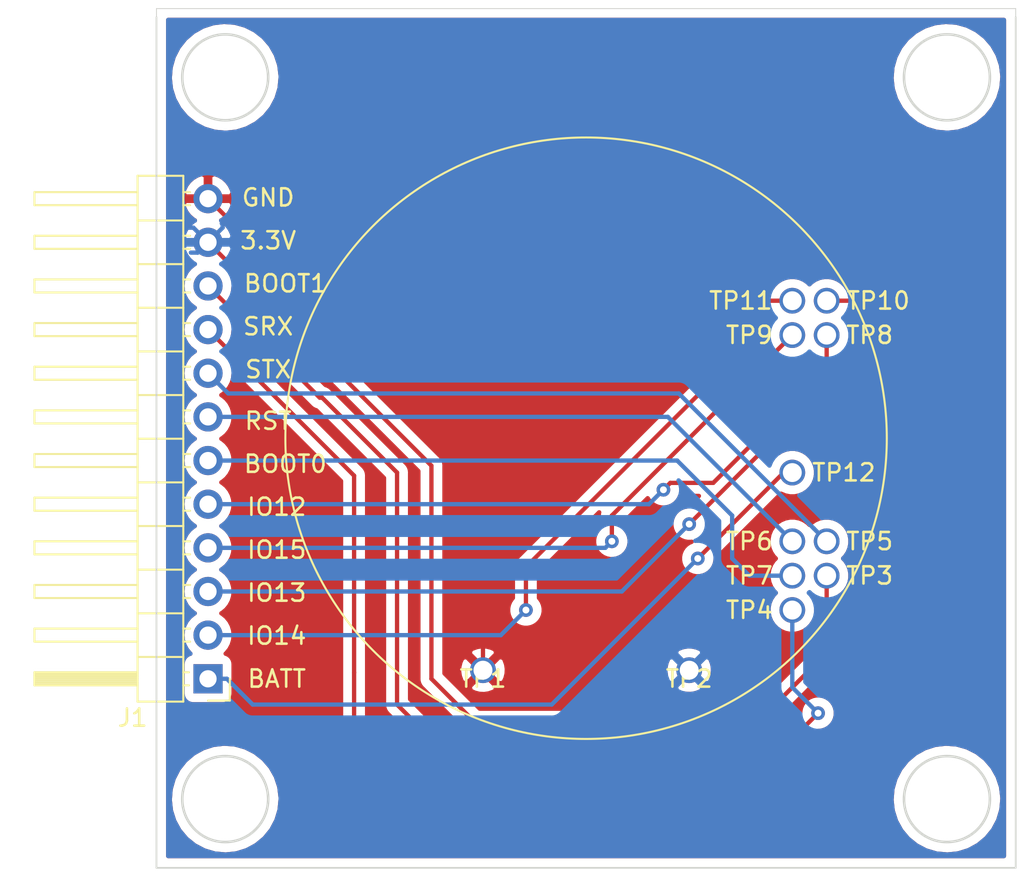
<source format=kicad_pcb>
(kicad_pcb (version 20171130) (host pcbnew "(6.0.0-rc1-dev-1546-g786ee0e)")

  (general
    (thickness 1.6)
    (drawings 28)
    (tracks 80)
    (zones 0)
    (modules 13)
    (nets 13)
  )

  (page A4)
  (layers
    (0 F.Cu signal)
    (31 B.Cu signal)
    (32 B.Adhes user)
    (33 F.Adhes user)
    (34 B.Paste user)
    (35 F.Paste user)
    (36 B.SilkS user)
    (37 F.SilkS user)
    (38 B.Mask user)
    (39 F.Mask user)
    (40 Dwgs.User user)
    (41 Cmts.User user)
    (42 Eco1.User user)
    (43 Eco2.User user)
    (44 Edge.Cuts user)
    (45 Margin user)
    (46 B.CrtYd user)
    (47 F.CrtYd user)
    (48 B.Fab user)
    (49 F.Fab user)
  )

  (setup
    (last_trace_width 0.25)
    (trace_clearance 0.2)
    (zone_clearance 0.508)
    (zone_45_only no)
    (trace_min 0.2)
    (via_size 0.8)
    (via_drill 0.4)
    (via_min_size 0.4)
    (via_min_drill 0.3)
    (uvia_size 0.3)
    (uvia_drill 0.1)
    (uvias_allowed no)
    (uvia_min_size 0.2)
    (uvia_min_drill 0.1)
    (edge_width 0.05)
    (segment_width 0.2)
    (pcb_text_width 0.3)
    (pcb_text_size 1.5 1.5)
    (mod_edge_width 0.12)
    (mod_text_size 1 1)
    (mod_text_width 0.15)
    (pad_size 1.524 1.524)
    (pad_drill 0.762)
    (pad_to_mask_clearance 0.051)
    (solder_mask_min_width 0.25)
    (aux_axis_origin 0 0)
    (visible_elements FFFFFF7F)
    (pcbplotparams
      (layerselection 0x010fc_ffffffff)
      (usegerberextensions false)
      (usegerberattributes false)
      (usegerberadvancedattributes false)
      (creategerberjobfile false)
      (excludeedgelayer true)
      (linewidth 0.100000)
      (plotframeref false)
      (viasonmask false)
      (mode 1)
      (useauxorigin false)
      (hpglpennumber 1)
      (hpglpenspeed 20)
      (hpglpendiameter 15.000000)
      (psnegative false)
      (psa4output false)
      (plotreference true)
      (plotvalue true)
      (plotinvisibletext false)
      (padsonsilk false)
      (subtractmaskfromsilk false)
      (outputformat 1)
      (mirror false)
      (drillshape 0)
      (scaleselection 1)
      (outputdirectory "Gerber/"))
  )

  (net 0 "")
  (net 1 "Net-(J1-Pad10)")
  (net 2 "Net-(J1-Pad9)")
  (net 3 "Net-(J1-Pad8)")
  (net 4 "Net-(J1-Pad7)")
  (net 5 "Net-(J1-Pad6)")
  (net 6 "Net-(J1-Pad5)")
  (net 7 "Net-(J1-Pad4)")
  (net 8 "Net-(J1-Pad3)")
  (net 9 "Net-(J1-Pad2)")
  (net 10 "Net-(J1-Pad1)")
  (net 11 GND)
  (net 12 +3V3)

  (net_class Default "This is the default net class."
    (clearance 0.2)
    (trace_width 0.25)
    (via_dia 0.8)
    (via_drill 0.4)
    (uvia_dia 0.3)
    (uvia_drill 0.1)
    (add_net +3V3)
    (add_net GND)
    (add_net "Net-(J1-Pad1)")
    (add_net "Net-(J1-Pad10)")
    (add_net "Net-(J1-Pad2)")
    (add_net "Net-(J1-Pad3)")
    (add_net "Net-(J1-Pad4)")
    (add_net "Net-(J1-Pad5)")
    (add_net "Net-(J1-Pad6)")
    (add_net "Net-(J1-Pad7)")
    (add_net "Net-(J1-Pad8)")
    (add_net "Net-(J1-Pad9)")
  )

  (module pogo:1.01mm (layer F.Cu) (tedit 60943F0A) (tstamp 6094515B)
    (at 96.5 47.5)
    (path /60B7F8F8)
    (fp_text reference TP12 (at 3 0) (layer F.SilkS)
      (effects (font (size 1 1) (thickness 0.15)))
    )
    (fp_text value BATT (at 0 -0.5) (layer F.Fab)
      (effects (font (size 1 1) (thickness 0.15)))
    )
    (pad 1 thru_hole circle (at 0 0) (size 1.5 1.5) (drill 1.1) (layers *.Cu *.Mask)
      (net 10 "Net-(J1-Pad1)"))
  )

  (module pogo:1.01mm (layer F.Cu) (tedit 60943F0A) (tstamp 60945156)
    (at 96.5 37.5)
    (path /60B7F50E)
    (fp_text reference TP11 (at -3 0) (layer F.SilkS)
      (effects (font (size 1 1) (thickness 0.15)))
    )
    (fp_text value IO14 (at 0 -0.5) (layer F.Fab)
      (effects (font (size 1 1) (thickness 0.15)))
    )
    (pad 1 thru_hole circle (at 0 0) (size 1.5 1.5) (drill 1.1) (layers *.Cu *.Mask)
      (net 9 "Net-(J1-Pad2)"))
  )

  (module pogo:1.01mm (layer F.Cu) (tedit 60943F0A) (tstamp 60945151)
    (at 98.5 37.5)
    (path /60B7F1FF)
    (fp_text reference TP10 (at 3 0) (layer F.SilkS)
      (effects (font (size 1 1) (thickness 0.15)))
    )
    (fp_text value IO13 (at 0 -0.5) (layer F.Fab)
      (effects (font (size 1 1) (thickness 0.15)))
    )
    (pad 1 thru_hole circle (at 0 0) (size 1.5 1.5) (drill 1.1) (layers *.Cu *.Mask)
      (net 8 "Net-(J1-Pad3)"))
  )

  (module pogo:1.01mm (layer F.Cu) (tedit 60943F0A) (tstamp 6094514C)
    (at 96.5 39.5)
    (path /60B7EBAC)
    (fp_text reference TP9 (at -2.5 0) (layer F.SilkS)
      (effects (font (size 1 1) (thickness 0.15)))
    )
    (fp_text value IO15 (at 0 -0.5) (layer F.Fab)
      (effects (font (size 1 1) (thickness 0.15)))
    )
    (pad 1 thru_hole circle (at 0 0) (size 1.5 1.5) (drill 1.1) (layers *.Cu *.Mask)
      (net 7 "Net-(J1-Pad4)"))
  )

  (module pogo:1.01mm (layer F.Cu) (tedit 60943F0A) (tstamp 60945147)
    (at 98.5 39.5)
    (path /60B7E885)
    (fp_text reference TP8 (at 2.5 0) (layer F.SilkS)
      (effects (font (size 1 1) (thickness 0.15)))
    )
    (fp_text value IO12 (at 0 -0.5) (layer F.Fab)
      (effects (font (size 1 1) (thickness 0.15)))
    )
    (pad 1 thru_hole circle (at 0 0) (size 1.5 1.5) (drill 1.1) (layers *.Cu *.Mask)
      (net 6 "Net-(J1-Pad5)"))
  )

  (module pogo:1.01mm (layer F.Cu) (tedit 60943F0A) (tstamp 60945142)
    (at 96.5 53.5)
    (path /60B7E524)
    (fp_text reference TP7 (at -2.5 0) (layer F.SilkS)
      (effects (font (size 1 1) (thickness 0.15)))
    )
    (fp_text value BOOT0 (at 0 -0.5) (layer F.Fab)
      (effects (font (size 1 1) (thickness 0.15)))
    )
    (pad 1 thru_hole circle (at 0 0) (size 1.5 1.5) (drill 1.1) (layers *.Cu *.Mask)
      (net 5 "Net-(J1-Pad6)"))
  )

  (module pogo:1.01mm (layer F.Cu) (tedit 60943F0A) (tstamp 6094513D)
    (at 96.5 51.5)
    (path /60B7E0A7)
    (fp_text reference TP6 (at -2.5 0) (layer F.SilkS)
      (effects (font (size 1 1) (thickness 0.15)))
    )
    (fp_text value RST (at 0 -0.5) (layer F.Fab)
      (effects (font (size 1 1) (thickness 0.15)))
    )
    (pad 1 thru_hole circle (at 0 0) (size 1.5 1.5) (drill 1.1) (layers *.Cu *.Mask)
      (net 4 "Net-(J1-Pad7)"))
  )

  (module pogo:1.01mm (layer F.Cu) (tedit 60943F0A) (tstamp 60945138)
    (at 98.5 51.5)
    (path /60B7E006)
    (fp_text reference TP5 (at 2.5 0) (layer F.SilkS)
      (effects (font (size 1 1) (thickness 0.15)))
    )
    (fp_text value STX (at 0 -0.5) (layer F.Fab)
      (effects (font (size 1 1) (thickness 0.15)))
    )
    (pad 1 thru_hole circle (at 0 0) (size 1.5 1.5) (drill 1.1) (layers *.Cu *.Mask)
      (net 3 "Net-(J1-Pad8)"))
  )

  (module pogo:1.01mm (layer F.Cu) (tedit 60943F0A) (tstamp 60945133)
    (at 96.5 55.5)
    (path /60B7DCD3)
    (fp_text reference TP4 (at -2.5 0) (layer F.SilkS)
      (effects (font (size 1 1) (thickness 0.15)))
    )
    (fp_text value SRX (at 0 -0.5) (layer F.Fab)
      (effects (font (size 1 1) (thickness 0.15)))
    )
    (pad 1 thru_hole circle (at 0 0) (size 1.5 1.5) (drill 1.1) (layers *.Cu *.Mask)
      (net 2 "Net-(J1-Pad9)"))
  )

  (module pogo:1.01mm (layer F.Cu) (tedit 60943F0A) (tstamp 6094512E)
    (at 98.5 53.5)
    (path /60B7D840)
    (fp_text reference TP3 (at 2.5 0) (layer F.SilkS)
      (effects (font (size 1 1) (thickness 0.15)))
    )
    (fp_text value BOOT1 (at 0 -0.5) (layer F.Fab)
      (effects (font (size 1 1) (thickness 0.15)))
    )
    (pad 1 thru_hole circle (at 0 0) (size 1.5 1.5) (drill 1.1) (layers *.Cu *.Mask)
      (net 1 "Net-(J1-Pad10)"))
  )

  (module pogo:1.01mm (layer F.Cu) (tedit 60943F0A) (tstamp 60945129)
    (at 90.5 59)
    (path /60B7D14F)
    (fp_text reference TP2 (at 0 0.5) (layer F.SilkS)
      (effects (font (size 1 1) (thickness 0.15)))
    )
    (fp_text value 3.3V (at 0 -0.5) (layer F.Fab)
      (effects (font (size 1 1) (thickness 0.15)))
    )
    (pad 1 thru_hole circle (at 0 0) (size 1.5 1.5) (drill 1.1) (layers *.Cu *.Mask)
      (net 12 +3V3))
  )

  (module pogo:1.01mm (layer F.Cu) (tedit 60943F0A) (tstamp 60945124)
    (at 78.5 59)
    (path /60B7CBE9)
    (fp_text reference TP1 (at 0 0.5) (layer F.SilkS)
      (effects (font (size 1 1) (thickness 0.15)))
    )
    (fp_text value GND (at 0 -0.5) (layer F.Fab)
      (effects (font (size 1 1) (thickness 0.15)))
    )
    (pad 1 thru_hole circle (at 0 0) (size 1.5 1.5) (drill 1.1) (layers *.Cu *.Mask)
      (net 11 GND))
  )

  (module Connector_PinHeader_2.54mm:PinHeader_1x12_P2.54mm_Horizontal (layer F.Cu) (tedit 59FED5CB) (tstamp 60944275)
    (at 62.5 59.5 180)
    (descr "Through hole angled pin header, 1x12, 2.54mm pitch, 6mm pin length, single row")
    (tags "Through hole angled pin header THT 1x12 2.54mm single row")
    (path /60B7FAEA)
    (fp_text reference J1 (at 4.385 -2.27 180) (layer F.SilkS)
      (effects (font (size 1 1) (thickness 0.15)))
    )
    (fp_text value Conn_01x12_Female (at 4.385 30.21 180) (layer F.Fab)
      (effects (font (size 1 1) (thickness 0.15)))
    )
    (fp_text user %R (at 2.77 13.97 270) (layer F.Fab)
      (effects (font (size 1 1) (thickness 0.15)))
    )
    (fp_line (start 10.55 -1.8) (end -1.8 -1.8) (layer F.CrtYd) (width 0.05))
    (fp_line (start 10.55 29.75) (end 10.55 -1.8) (layer F.CrtYd) (width 0.05))
    (fp_line (start -1.8 29.75) (end 10.55 29.75) (layer F.CrtYd) (width 0.05))
    (fp_line (start -1.8 -1.8) (end -1.8 29.75) (layer F.CrtYd) (width 0.05))
    (fp_line (start -1.27 -1.27) (end 0 -1.27) (layer F.SilkS) (width 0.12))
    (fp_line (start -1.27 0) (end -1.27 -1.27) (layer F.SilkS) (width 0.12))
    (fp_line (start 1.042929 28.32) (end 1.44 28.32) (layer F.SilkS) (width 0.12))
    (fp_line (start 1.042929 27.56) (end 1.44 27.56) (layer F.SilkS) (width 0.12))
    (fp_line (start 10.1 28.32) (end 4.1 28.32) (layer F.SilkS) (width 0.12))
    (fp_line (start 10.1 27.56) (end 10.1 28.32) (layer F.SilkS) (width 0.12))
    (fp_line (start 4.1 27.56) (end 10.1 27.56) (layer F.SilkS) (width 0.12))
    (fp_line (start 1.44 26.67) (end 4.1 26.67) (layer F.SilkS) (width 0.12))
    (fp_line (start 1.042929 25.78) (end 1.44 25.78) (layer F.SilkS) (width 0.12))
    (fp_line (start 1.042929 25.02) (end 1.44 25.02) (layer F.SilkS) (width 0.12))
    (fp_line (start 10.1 25.78) (end 4.1 25.78) (layer F.SilkS) (width 0.12))
    (fp_line (start 10.1 25.02) (end 10.1 25.78) (layer F.SilkS) (width 0.12))
    (fp_line (start 4.1 25.02) (end 10.1 25.02) (layer F.SilkS) (width 0.12))
    (fp_line (start 1.44 24.13) (end 4.1 24.13) (layer F.SilkS) (width 0.12))
    (fp_line (start 1.042929 23.24) (end 1.44 23.24) (layer F.SilkS) (width 0.12))
    (fp_line (start 1.042929 22.48) (end 1.44 22.48) (layer F.SilkS) (width 0.12))
    (fp_line (start 10.1 23.24) (end 4.1 23.24) (layer F.SilkS) (width 0.12))
    (fp_line (start 10.1 22.48) (end 10.1 23.24) (layer F.SilkS) (width 0.12))
    (fp_line (start 4.1 22.48) (end 10.1 22.48) (layer F.SilkS) (width 0.12))
    (fp_line (start 1.44 21.59) (end 4.1 21.59) (layer F.SilkS) (width 0.12))
    (fp_line (start 1.042929 20.7) (end 1.44 20.7) (layer F.SilkS) (width 0.12))
    (fp_line (start 1.042929 19.94) (end 1.44 19.94) (layer F.SilkS) (width 0.12))
    (fp_line (start 10.1 20.7) (end 4.1 20.7) (layer F.SilkS) (width 0.12))
    (fp_line (start 10.1 19.94) (end 10.1 20.7) (layer F.SilkS) (width 0.12))
    (fp_line (start 4.1 19.94) (end 10.1 19.94) (layer F.SilkS) (width 0.12))
    (fp_line (start 1.44 19.05) (end 4.1 19.05) (layer F.SilkS) (width 0.12))
    (fp_line (start 1.042929 18.16) (end 1.44 18.16) (layer F.SilkS) (width 0.12))
    (fp_line (start 1.042929 17.4) (end 1.44 17.4) (layer F.SilkS) (width 0.12))
    (fp_line (start 10.1 18.16) (end 4.1 18.16) (layer F.SilkS) (width 0.12))
    (fp_line (start 10.1 17.4) (end 10.1 18.16) (layer F.SilkS) (width 0.12))
    (fp_line (start 4.1 17.4) (end 10.1 17.4) (layer F.SilkS) (width 0.12))
    (fp_line (start 1.44 16.51) (end 4.1 16.51) (layer F.SilkS) (width 0.12))
    (fp_line (start 1.042929 15.62) (end 1.44 15.62) (layer F.SilkS) (width 0.12))
    (fp_line (start 1.042929 14.86) (end 1.44 14.86) (layer F.SilkS) (width 0.12))
    (fp_line (start 10.1 15.62) (end 4.1 15.62) (layer F.SilkS) (width 0.12))
    (fp_line (start 10.1 14.86) (end 10.1 15.62) (layer F.SilkS) (width 0.12))
    (fp_line (start 4.1 14.86) (end 10.1 14.86) (layer F.SilkS) (width 0.12))
    (fp_line (start 1.44 13.97) (end 4.1 13.97) (layer F.SilkS) (width 0.12))
    (fp_line (start 1.042929 13.08) (end 1.44 13.08) (layer F.SilkS) (width 0.12))
    (fp_line (start 1.042929 12.32) (end 1.44 12.32) (layer F.SilkS) (width 0.12))
    (fp_line (start 10.1 13.08) (end 4.1 13.08) (layer F.SilkS) (width 0.12))
    (fp_line (start 10.1 12.32) (end 10.1 13.08) (layer F.SilkS) (width 0.12))
    (fp_line (start 4.1 12.32) (end 10.1 12.32) (layer F.SilkS) (width 0.12))
    (fp_line (start 1.44 11.43) (end 4.1 11.43) (layer F.SilkS) (width 0.12))
    (fp_line (start 1.042929 10.54) (end 1.44 10.54) (layer F.SilkS) (width 0.12))
    (fp_line (start 1.042929 9.78) (end 1.44 9.78) (layer F.SilkS) (width 0.12))
    (fp_line (start 10.1 10.54) (end 4.1 10.54) (layer F.SilkS) (width 0.12))
    (fp_line (start 10.1 9.78) (end 10.1 10.54) (layer F.SilkS) (width 0.12))
    (fp_line (start 4.1 9.78) (end 10.1 9.78) (layer F.SilkS) (width 0.12))
    (fp_line (start 1.44 8.89) (end 4.1 8.89) (layer F.SilkS) (width 0.12))
    (fp_line (start 1.042929 8) (end 1.44 8) (layer F.SilkS) (width 0.12))
    (fp_line (start 1.042929 7.24) (end 1.44 7.24) (layer F.SilkS) (width 0.12))
    (fp_line (start 10.1 8) (end 4.1 8) (layer F.SilkS) (width 0.12))
    (fp_line (start 10.1 7.24) (end 10.1 8) (layer F.SilkS) (width 0.12))
    (fp_line (start 4.1 7.24) (end 10.1 7.24) (layer F.SilkS) (width 0.12))
    (fp_line (start 1.44 6.35) (end 4.1 6.35) (layer F.SilkS) (width 0.12))
    (fp_line (start 1.042929 5.46) (end 1.44 5.46) (layer F.SilkS) (width 0.12))
    (fp_line (start 1.042929 4.7) (end 1.44 4.7) (layer F.SilkS) (width 0.12))
    (fp_line (start 10.1 5.46) (end 4.1 5.46) (layer F.SilkS) (width 0.12))
    (fp_line (start 10.1 4.7) (end 10.1 5.46) (layer F.SilkS) (width 0.12))
    (fp_line (start 4.1 4.7) (end 10.1 4.7) (layer F.SilkS) (width 0.12))
    (fp_line (start 1.44 3.81) (end 4.1 3.81) (layer F.SilkS) (width 0.12))
    (fp_line (start 1.042929 2.92) (end 1.44 2.92) (layer F.SilkS) (width 0.12))
    (fp_line (start 1.042929 2.16) (end 1.44 2.16) (layer F.SilkS) (width 0.12))
    (fp_line (start 10.1 2.92) (end 4.1 2.92) (layer F.SilkS) (width 0.12))
    (fp_line (start 10.1 2.16) (end 10.1 2.92) (layer F.SilkS) (width 0.12))
    (fp_line (start 4.1 2.16) (end 10.1 2.16) (layer F.SilkS) (width 0.12))
    (fp_line (start 1.44 1.27) (end 4.1 1.27) (layer F.SilkS) (width 0.12))
    (fp_line (start 1.11 0.38) (end 1.44 0.38) (layer F.SilkS) (width 0.12))
    (fp_line (start 1.11 -0.38) (end 1.44 -0.38) (layer F.SilkS) (width 0.12))
    (fp_line (start 4.1 0.28) (end 10.1 0.28) (layer F.SilkS) (width 0.12))
    (fp_line (start 4.1 0.16) (end 10.1 0.16) (layer F.SilkS) (width 0.12))
    (fp_line (start 4.1 0.04) (end 10.1 0.04) (layer F.SilkS) (width 0.12))
    (fp_line (start 4.1 -0.08) (end 10.1 -0.08) (layer F.SilkS) (width 0.12))
    (fp_line (start 4.1 -0.2) (end 10.1 -0.2) (layer F.SilkS) (width 0.12))
    (fp_line (start 4.1 -0.32) (end 10.1 -0.32) (layer F.SilkS) (width 0.12))
    (fp_line (start 10.1 0.38) (end 4.1 0.38) (layer F.SilkS) (width 0.12))
    (fp_line (start 10.1 -0.38) (end 10.1 0.38) (layer F.SilkS) (width 0.12))
    (fp_line (start 4.1 -0.38) (end 10.1 -0.38) (layer F.SilkS) (width 0.12))
    (fp_line (start 4.1 -1.33) (end 1.44 -1.33) (layer F.SilkS) (width 0.12))
    (fp_line (start 4.1 29.27) (end 4.1 -1.33) (layer F.SilkS) (width 0.12))
    (fp_line (start 1.44 29.27) (end 4.1 29.27) (layer F.SilkS) (width 0.12))
    (fp_line (start 1.44 -1.33) (end 1.44 29.27) (layer F.SilkS) (width 0.12))
    (fp_line (start 4.04 28.26) (end 10.04 28.26) (layer F.Fab) (width 0.1))
    (fp_line (start 10.04 27.62) (end 10.04 28.26) (layer F.Fab) (width 0.1))
    (fp_line (start 4.04 27.62) (end 10.04 27.62) (layer F.Fab) (width 0.1))
    (fp_line (start -0.32 28.26) (end 1.5 28.26) (layer F.Fab) (width 0.1))
    (fp_line (start -0.32 27.62) (end -0.32 28.26) (layer F.Fab) (width 0.1))
    (fp_line (start -0.32 27.62) (end 1.5 27.62) (layer F.Fab) (width 0.1))
    (fp_line (start 4.04 25.72) (end 10.04 25.72) (layer F.Fab) (width 0.1))
    (fp_line (start 10.04 25.08) (end 10.04 25.72) (layer F.Fab) (width 0.1))
    (fp_line (start 4.04 25.08) (end 10.04 25.08) (layer F.Fab) (width 0.1))
    (fp_line (start -0.32 25.72) (end 1.5 25.72) (layer F.Fab) (width 0.1))
    (fp_line (start -0.32 25.08) (end -0.32 25.72) (layer F.Fab) (width 0.1))
    (fp_line (start -0.32 25.08) (end 1.5 25.08) (layer F.Fab) (width 0.1))
    (fp_line (start 4.04 23.18) (end 10.04 23.18) (layer F.Fab) (width 0.1))
    (fp_line (start 10.04 22.54) (end 10.04 23.18) (layer F.Fab) (width 0.1))
    (fp_line (start 4.04 22.54) (end 10.04 22.54) (layer F.Fab) (width 0.1))
    (fp_line (start -0.32 23.18) (end 1.5 23.18) (layer F.Fab) (width 0.1))
    (fp_line (start -0.32 22.54) (end -0.32 23.18) (layer F.Fab) (width 0.1))
    (fp_line (start -0.32 22.54) (end 1.5 22.54) (layer F.Fab) (width 0.1))
    (fp_line (start 4.04 20.64) (end 10.04 20.64) (layer F.Fab) (width 0.1))
    (fp_line (start 10.04 20) (end 10.04 20.64) (layer F.Fab) (width 0.1))
    (fp_line (start 4.04 20) (end 10.04 20) (layer F.Fab) (width 0.1))
    (fp_line (start -0.32 20.64) (end 1.5 20.64) (layer F.Fab) (width 0.1))
    (fp_line (start -0.32 20) (end -0.32 20.64) (layer F.Fab) (width 0.1))
    (fp_line (start -0.32 20) (end 1.5 20) (layer F.Fab) (width 0.1))
    (fp_line (start 4.04 18.1) (end 10.04 18.1) (layer F.Fab) (width 0.1))
    (fp_line (start 10.04 17.46) (end 10.04 18.1) (layer F.Fab) (width 0.1))
    (fp_line (start 4.04 17.46) (end 10.04 17.46) (layer F.Fab) (width 0.1))
    (fp_line (start -0.32 18.1) (end 1.5 18.1) (layer F.Fab) (width 0.1))
    (fp_line (start -0.32 17.46) (end -0.32 18.1) (layer F.Fab) (width 0.1))
    (fp_line (start -0.32 17.46) (end 1.5 17.46) (layer F.Fab) (width 0.1))
    (fp_line (start 4.04 15.56) (end 10.04 15.56) (layer F.Fab) (width 0.1))
    (fp_line (start 10.04 14.92) (end 10.04 15.56) (layer F.Fab) (width 0.1))
    (fp_line (start 4.04 14.92) (end 10.04 14.92) (layer F.Fab) (width 0.1))
    (fp_line (start -0.32 15.56) (end 1.5 15.56) (layer F.Fab) (width 0.1))
    (fp_line (start -0.32 14.92) (end -0.32 15.56) (layer F.Fab) (width 0.1))
    (fp_line (start -0.32 14.92) (end 1.5 14.92) (layer F.Fab) (width 0.1))
    (fp_line (start 4.04 13.02) (end 10.04 13.02) (layer F.Fab) (width 0.1))
    (fp_line (start 10.04 12.38) (end 10.04 13.02) (layer F.Fab) (width 0.1))
    (fp_line (start 4.04 12.38) (end 10.04 12.38) (layer F.Fab) (width 0.1))
    (fp_line (start -0.32 13.02) (end 1.5 13.02) (layer F.Fab) (width 0.1))
    (fp_line (start -0.32 12.38) (end -0.32 13.02) (layer F.Fab) (width 0.1))
    (fp_line (start -0.32 12.38) (end 1.5 12.38) (layer F.Fab) (width 0.1))
    (fp_line (start 4.04 10.48) (end 10.04 10.48) (layer F.Fab) (width 0.1))
    (fp_line (start 10.04 9.84) (end 10.04 10.48) (layer F.Fab) (width 0.1))
    (fp_line (start 4.04 9.84) (end 10.04 9.84) (layer F.Fab) (width 0.1))
    (fp_line (start -0.32 10.48) (end 1.5 10.48) (layer F.Fab) (width 0.1))
    (fp_line (start -0.32 9.84) (end -0.32 10.48) (layer F.Fab) (width 0.1))
    (fp_line (start -0.32 9.84) (end 1.5 9.84) (layer F.Fab) (width 0.1))
    (fp_line (start 4.04 7.94) (end 10.04 7.94) (layer F.Fab) (width 0.1))
    (fp_line (start 10.04 7.3) (end 10.04 7.94) (layer F.Fab) (width 0.1))
    (fp_line (start 4.04 7.3) (end 10.04 7.3) (layer F.Fab) (width 0.1))
    (fp_line (start -0.32 7.94) (end 1.5 7.94) (layer F.Fab) (width 0.1))
    (fp_line (start -0.32 7.3) (end -0.32 7.94) (layer F.Fab) (width 0.1))
    (fp_line (start -0.32 7.3) (end 1.5 7.3) (layer F.Fab) (width 0.1))
    (fp_line (start 4.04 5.4) (end 10.04 5.4) (layer F.Fab) (width 0.1))
    (fp_line (start 10.04 4.76) (end 10.04 5.4) (layer F.Fab) (width 0.1))
    (fp_line (start 4.04 4.76) (end 10.04 4.76) (layer F.Fab) (width 0.1))
    (fp_line (start -0.32 5.4) (end 1.5 5.4) (layer F.Fab) (width 0.1))
    (fp_line (start -0.32 4.76) (end -0.32 5.4) (layer F.Fab) (width 0.1))
    (fp_line (start -0.32 4.76) (end 1.5 4.76) (layer F.Fab) (width 0.1))
    (fp_line (start 4.04 2.86) (end 10.04 2.86) (layer F.Fab) (width 0.1))
    (fp_line (start 10.04 2.22) (end 10.04 2.86) (layer F.Fab) (width 0.1))
    (fp_line (start 4.04 2.22) (end 10.04 2.22) (layer F.Fab) (width 0.1))
    (fp_line (start -0.32 2.86) (end 1.5 2.86) (layer F.Fab) (width 0.1))
    (fp_line (start -0.32 2.22) (end -0.32 2.86) (layer F.Fab) (width 0.1))
    (fp_line (start -0.32 2.22) (end 1.5 2.22) (layer F.Fab) (width 0.1))
    (fp_line (start 4.04 0.32) (end 10.04 0.32) (layer F.Fab) (width 0.1))
    (fp_line (start 10.04 -0.32) (end 10.04 0.32) (layer F.Fab) (width 0.1))
    (fp_line (start 4.04 -0.32) (end 10.04 -0.32) (layer F.Fab) (width 0.1))
    (fp_line (start -0.32 0.32) (end 1.5 0.32) (layer F.Fab) (width 0.1))
    (fp_line (start -0.32 -0.32) (end -0.32 0.32) (layer F.Fab) (width 0.1))
    (fp_line (start -0.32 -0.32) (end 1.5 -0.32) (layer F.Fab) (width 0.1))
    (fp_line (start 1.5 -0.635) (end 2.135 -1.27) (layer F.Fab) (width 0.1))
    (fp_line (start 1.5 29.21) (end 1.5 -0.635) (layer F.Fab) (width 0.1))
    (fp_line (start 4.04 29.21) (end 1.5 29.21) (layer F.Fab) (width 0.1))
    (fp_line (start 4.04 -1.27) (end 4.04 29.21) (layer F.Fab) (width 0.1))
    (fp_line (start 2.135 -1.27) (end 4.04 -1.27) (layer F.Fab) (width 0.1))
    (pad 12 thru_hole oval (at 0 27.94 180) (size 1.7 1.7) (drill 1) (layers *.Cu *.Mask)
      (net 11 GND))
    (pad 11 thru_hole oval (at 0 25.4 180) (size 1.7 1.7) (drill 1) (layers *.Cu *.Mask)
      (net 12 +3V3))
    (pad 10 thru_hole oval (at 0 22.86 180) (size 1.7 1.7) (drill 1) (layers *.Cu *.Mask)
      (net 1 "Net-(J1-Pad10)"))
    (pad 9 thru_hole oval (at 0 20.32 180) (size 1.7 1.7) (drill 1) (layers *.Cu *.Mask)
      (net 2 "Net-(J1-Pad9)"))
    (pad 8 thru_hole oval (at 0 17.78 180) (size 1.7 1.7) (drill 1) (layers *.Cu *.Mask)
      (net 3 "Net-(J1-Pad8)"))
    (pad 7 thru_hole oval (at 0 15.24 180) (size 1.7 1.7) (drill 1) (layers *.Cu *.Mask)
      (net 4 "Net-(J1-Pad7)"))
    (pad 6 thru_hole oval (at 0 12.7 180) (size 1.7 1.7) (drill 1) (layers *.Cu *.Mask)
      (net 5 "Net-(J1-Pad6)"))
    (pad 5 thru_hole oval (at 0 10.16 180) (size 1.7 1.7) (drill 1) (layers *.Cu *.Mask)
      (net 6 "Net-(J1-Pad5)"))
    (pad 4 thru_hole oval (at 0 7.62 180) (size 1.7 1.7) (drill 1) (layers *.Cu *.Mask)
      (net 7 "Net-(J1-Pad4)"))
    (pad 3 thru_hole oval (at 0 5.08 180) (size 1.7 1.7) (drill 1) (layers *.Cu *.Mask)
      (net 8 "Net-(J1-Pad3)"))
    (pad 2 thru_hole oval (at 0 2.54 180) (size 1.7 1.7) (drill 1) (layers *.Cu *.Mask)
      (net 9 "Net-(J1-Pad2)"))
    (pad 1 thru_hole rect (at 0 0 180) (size 1.7 1.7) (drill 1) (layers *.Cu *.Mask)
      (net 10 "Net-(J1-Pad1)"))
    (model ${KISYS3DMOD}/Connector_PinHeader_2.54mm.3dshapes/PinHeader_1x12_P2.54mm_Horizontal.wrl
      (at (xyz 0 0 0))
      (scale (xyz 1 1 1))
      (rotate (xyz 0 0 0))
    )
  )

  (gr_text "BATT\n" (at 66.5 59.5) (layer F.SilkS)
    (effects (font (size 1 1) (thickness 0.15)))
  )
  (gr_text "IO14\n" (at 66.5 57) (layer F.SilkS)
    (effects (font (size 1 1) (thickness 0.15)))
  )
  (gr_text "IO13\n" (at 66.5 54.5) (layer F.SilkS)
    (effects (font (size 1 1) (thickness 0.15)))
  )
  (gr_text "IO15\n" (at 66.5 52) (layer F.SilkS)
    (effects (font (size 1 1) (thickness 0.15)))
  )
  (gr_text "IO12\n" (at 66.5 49.5) (layer F.SilkS)
    (effects (font (size 1 1) (thickness 0.15)))
  )
  (gr_text "BOOT0\n" (at 67 47) (layer F.SilkS)
    (effects (font (size 1 1) (thickness 0.15)))
  )
  (gr_text RST (at 66 44.5) (layer F.SilkS)
    (effects (font (size 1 1) (thickness 0.15)))
  )
  (gr_text STX (at 66 41.5) (layer F.SilkS)
    (effects (font (size 1 1) (thickness 0.15)))
  )
  (gr_text SRX (at 66 39) (layer F.SilkS)
    (effects (font (size 1 1) (thickness 0.15)))
  )
  (gr_text "BOOT1\n" (at 67 36.5) (layer F.SilkS)
    (effects (font (size 1 1) (thickness 0.15)))
  )
  (gr_text "3.3V\n" (at 66 34) (layer F.SilkS)
    (effects (font (size 1 1) (thickness 0.15)))
  )
  (gr_text "GND\n" (at 66 31.5) (layer F.SilkS)
    (effects (font (size 1 1) (thickness 0.15)))
  )
  (gr_circle (center 105.5 24.5) (end 108 24.5) (layer Edge.Cuts) (width 0.15))
  (gr_circle (center 105.5 66.5) (end 108 66.5) (layer Edge.Cuts) (width 0.15))
  (gr_circle (center 63.5 66.5) (end 66 66.5) (layer Edge.Cuts) (width 0.15))
  (gr_circle (center 63.5 24.5) (end 66 24.5) (layer Edge.Cuts) (width 0.15))
  (gr_circle (center 84.5 45.5) (end 102 45.5) (layer F.SilkS) (width 0.12))
  (gr_line (start 59.5 20.5) (end 59.5 21) (layer Edge.Cuts) (width 0.05) (tstamp 60945415))
  (gr_line (start 109.5 20.5) (end 59.5 20.5) (layer Edge.Cuts) (width 0.05))
  (gr_line (start 109.5 21) (end 109.5 20.5) (layer Edge.Cuts) (width 0.05))
  (gr_line (start 109.5 70.5) (end 109.5 21) (layer Edge.Cuts) (width 0.1))
  (gr_line (start 59.5 70.5) (end 109.5 70.5) (layer Edge.Cuts) (width 0.1))
  (gr_line (start 59.5 21) (end 59.5 70.5) (layer Edge.Cuts) (width 0.1))
  (gr_line (start 84.5 45.5) (end 61 45.5) (layer Dwgs.User) (width 0.15))
  (gr_line (start 84.5 45.5) (end 108.5 45.5) (layer Dwgs.User) (width 0.15))
  (gr_line (start 84.5 67.5) (end 84.5 24.5) (layer Dwgs.User) (width 0.15))
  (gr_line (start 84.5 45.5) (end 84.5 67.5) (layer Dwgs.User) (width 0.15))
  (gr_circle (center 84.5 45.5) (end 102 45.5) (layer Dwgs.User) (width 0.15))

  (segment (start 69 43.14) (end 69.14 43.14) (width 0.25) (layer F.Cu) (net 1))
  (segment (start 62.5 36.64) (end 69 43.14) (width 0.25) (layer F.Cu) (net 1))
  (segment (start 69.14 43.14) (end 73.5 47.5) (width 0.25) (layer F.Cu) (net 1))
  (segment (start 73.5 47.5) (end 73.5 61) (width 0.25) (layer F.Cu) (net 1))
  (segment (start 73.5 61) (end 76.5 64) (width 0.25) (layer F.Cu) (net 1))
  (segment (start 76.5 64) (end 92.5 64) (width 0.25) (layer F.Cu) (net 1))
  (segment (start 98.5 58) (end 98.5 53.5) (width 0.25) (layer F.Cu) (net 1))
  (segment (start 92.5 64) (end 98.5 58) (width 0.25) (layer F.Cu) (net 1))
  (segment (start 62.5 39.18) (end 71 47.68) (width 0.25) (layer F.Cu) (net 2))
  (segment (start 71 47.68) (end 71 59.13641) (width 0.25) (layer F.Cu) (net 2))
  (segment (start 71 59.13641) (end 71 62) (width 0.25) (layer F.Cu) (net 2))
  (segment (start 71 62) (end 75 66) (width 0.25) (layer F.Cu) (net 2))
  (segment (start 93.5 66) (end 98 61.5) (width 0.25) (layer F.Cu) (net 2))
  (via (at 98 61.5) (size 0.8) (drill 0.4) (layers F.Cu B.Cu) (net 2))
  (segment (start 75 66) (end 93.5 66) (width 0.25) (layer F.Cu) (net 2))
  (segment (start 96.5 60) (end 96.5 55.5) (width 0.25) (layer B.Cu) (net 2))
  (segment (start 98 61.5) (end 96.5 60) (width 0.25) (layer B.Cu) (net 2))
  (segment (start 97.750001 50.750001) (end 98.5 51.5) (width 0.25) (layer B.Cu) (net 3))
  (segment (start 89.895001 42.895001) (end 97.750001 50.750001) (width 0.25) (layer B.Cu) (net 3))
  (segment (start 63.675001 42.895001) (end 89.895001 42.895001) (width 0.25) (layer B.Cu) (net 3))
  (segment (start 62.5 41.72) (end 63.675001 42.895001) (width 0.25) (layer B.Cu) (net 3))
  (segment (start 89.26 44.26) (end 96.5 51.5) (width 0.25) (layer B.Cu) (net 4))
  (segment (start 62.5 44.26) (end 89.26 44.26) (width 0.25) (layer B.Cu) (net 4))
  (segment (start 89.8 46.8) (end 93 50) (width 0.25) (layer B.Cu) (net 5))
  (segment (start 62.5 46.8) (end 89.8 46.8) (width 0.25) (layer B.Cu) (net 5))
  (segment (start 93 50) (end 93 52.5) (width 0.25) (layer B.Cu) (net 5))
  (segment (start 93 52.5) (end 94 53.5) (width 0.25) (layer B.Cu) (net 5))
  (segment (start 94 53.5) (end 96.5 53.5) (width 0.25) (layer B.Cu) (net 5))
  (via (at 89 48.5) (size 0.8) (drill 0.4) (layers F.Cu B.Cu) (net 6))
  (segment (start 88.16 49.34) (end 89 48.5) (width 0.25) (layer B.Cu) (net 6))
  (segment (start 62.5 49.34) (end 88.16 49.34) (width 0.25) (layer B.Cu) (net 6))
  (segment (start 89.399999 48.100001) (end 91.899999 48.100001) (width 0.25) (layer F.Cu) (net 6))
  (segment (start 89 48.5) (end 89.399999 48.100001) (width 0.25) (layer F.Cu) (net 6))
  (segment (start 98.5 41.5) (end 98.5 39.5) (width 0.25) (layer F.Cu) (net 6))
  (segment (start 91.899999 48.100001) (end 98.5 41.5) (width 0.25) (layer F.Cu) (net 6))
  (via (at 86 51.5) (size 0.8) (drill 0.4) (layers F.Cu B.Cu) (net 7))
  (segment (start 85.62 51.88) (end 86 51.5) (width 0.25) (layer B.Cu) (net 7))
  (segment (start 62.5 51.88) (end 85.62 51.88) (width 0.25) (layer B.Cu) (net 7))
  (segment (start 86 50) (end 96.5 39.5) (width 0.25) (layer F.Cu) (net 7))
  (segment (start 86 51.5) (end 86 50) (width 0.25) (layer F.Cu) (net 7))
  (segment (start 86.58 54.42) (end 90.5 50.5) (width 0.25) (layer B.Cu) (net 8))
  (via (at 90.5 50.5) (size 0.8) (drill 0.4) (layers F.Cu B.Cu) (net 8))
  (segment (start 62.5 54.42) (end 86.58 54.42) (width 0.25) (layer B.Cu) (net 8))
  (segment (start 90.5 50.5) (end 97.5 43.5) (width 0.25) (layer F.Cu) (net 8))
  (segment (start 97.5 43.5) (end 99 43.5) (width 0.25) (layer F.Cu) (net 8))
  (segment (start 99 43.5) (end 102 40.5) (width 0.25) (layer F.Cu) (net 8))
  (segment (start 102 40.5) (end 102 39) (width 0.25) (layer F.Cu) (net 8))
  (segment (start 102 39) (end 100.5 37.5) (width 0.25) (layer F.Cu) (net 8))
  (segment (start 100.5 37.5) (end 98.5 37.5) (width 0.25) (layer F.Cu) (net 8))
  (via (at 81 55.5) (size 0.8) (drill 0.4) (layers F.Cu B.Cu) (net 9))
  (segment (start 79.54 56.96) (end 81 55.5) (width 0.25) (layer B.Cu) (net 9))
  (segment (start 62.5 56.96) (end 79.54 56.96) (width 0.25) (layer B.Cu) (net 9))
  (segment (start 81 53) (end 92.5 41.5) (width 0.25) (layer F.Cu) (net 9))
  (segment (start 81 55.5) (end 81 53) (width 0.25) (layer F.Cu) (net 9))
  (segment (start 92.5 41.5) (end 92.5 39.5) (width 0.25) (layer F.Cu) (net 9))
  (segment (start 92.5 39.5) (end 94.5 37.5) (width 0.25) (layer F.Cu) (net 9))
  (segment (start 94.5 37.5) (end 96.5 37.5) (width 0.25) (layer F.Cu) (net 9))
  (segment (start 63.6 59.5) (end 65.1 61) (width 0.25) (layer B.Cu) (net 10))
  (segment (start 62.5 59.5) (end 63.6 59.5) (width 0.25) (layer B.Cu) (net 10))
  (via (at 91 52.5) (size 0.8) (drill 0.4) (layers F.Cu B.Cu) (net 10))
  (segment (start 82.5 61) (end 91 52.5) (width 0.25) (layer B.Cu) (net 10))
  (segment (start 65.1 61) (end 82.5 61) (width 0.25) (layer B.Cu) (net 10))
  (segment (start 96 47.5) (end 96.5 47.5) (width 0.25) (layer F.Cu) (net 10))
  (segment (start 91 52.5) (end 96 47.5) (width 0.25) (layer F.Cu) (net 10))
  (segment (start 78.5 47.56) (end 78.5 59) (width 0.25) (layer F.Cu) (net 11))
  (segment (start 62.5 31.56) (end 78.5 47.56) (width 0.25) (layer F.Cu) (net 11))
  (segment (start 62.5 34.1) (end 75.5 47.1) (width 0.25) (layer F.Cu) (net 12))
  (segment (start 75.5 47.1) (end 75.5 59.5) (width 0.25) (layer F.Cu) (net 12))
  (segment (start 75.5 59.5) (end 78 62) (width 0.25) (layer F.Cu) (net 12))
  (segment (start 87.5 62) (end 90.5 59) (width 0.25) (layer F.Cu) (net 12))
  (segment (start 78 62) (end 87.5 62) (width 0.25) (layer F.Cu) (net 12))
  (segment (start 63.349999 33.250001) (end 62.5 34.1) (width 0.25) (layer B.Cu) (net 12))
  (segment (start 63.349999 33.049999) (end 63.349999 33.250001) (width 0.25) (layer B.Cu) (net 12))
  (segment (start 63.3 33) (end 63.349999 33.049999) (width 0.25) (layer B.Cu) (net 12))
  (segment (start 61.650001 33.250001) (end 61.249999 33.250001) (width 0.25) (layer B.Cu) (net 12))
  (segment (start 61.650001 33.250001) (end 62.5 34.1) (width 0.25) (layer B.Cu) (net 12))
  (segment (start 61.9 34.7) (end 62.5 34.1) (width 0.25) (layer B.Cu) (net 12))
  (segment (start 61.5 34.7) (end 61.9 34.7) (width 0.25) (layer B.Cu) (net 12))
  (segment (start 61.1 34.1) (end 62.5 34.1) (width 0.25) (layer B.Cu) (net 12))
  (segment (start 61 34) (end 61.1 34.1) (width 0.25) (layer B.Cu) (net 12))

  (zone (net 11) (net_name GND) (layer F.Cu) (tstamp 60A4378B) (hatch edge 0.508)
    (connect_pads (clearance 0.508))
    (min_thickness 0.254)
    (fill yes (arc_segments 32) (thermal_gap 0.508) (thermal_bridge_width 0.508))
    (polygon
      (pts
        (xy 59 20.5) (xy 59 71) (xy 110 71) (xy 110 20) (xy 59 20)
      )
    )
    (filled_polygon
      (pts
        (xy 108.815 69.815) (xy 60.185 69.815) (xy 60.185 66.545098) (xy 60.270315 66.545098) (xy 60.340583 67.171555)
        (xy 60.531193 67.772432) (xy 60.834883 68.324843) (xy 61.240087 68.807747) (xy 61.731371 69.202749) (xy 62.290021 69.494804)
        (xy 62.894758 69.672788) (xy 63.522549 69.729921) (xy 64.149482 69.664028) (xy 64.751675 69.477618) (xy 65.306193 69.177791)
        (xy 65.791913 68.775968) (xy 66.190336 68.287455) (xy 66.486284 67.730857) (xy 66.668485 67.127377) (xy 66.73 66.5)
        (xy 66.728741 66.409813) (xy 66.649732 65.784398) (xy 66.450752 65.186241) (xy 66.139378 64.638124) (xy 65.727471 64.160925)
        (xy 65.230721 63.772821) (xy 64.668047 63.488594) (xy 64.060884 63.319071) (xy 63.432356 63.270708) (xy 62.806405 63.345349)
        (xy 62.206873 63.540148) (xy 61.656595 63.847688) (xy 61.176532 64.256253) (xy 60.78497 64.750282) (xy 60.496822 65.310958)
        (xy 60.323064 65.916923) (xy 60.270315 66.545098) (xy 60.185 66.545098) (xy 60.185 34.1) (xy 61.007815 34.1)
        (xy 61.036487 34.391111) (xy 61.121401 34.671034) (xy 61.259294 34.929014) (xy 61.444866 35.155134) (xy 61.670986 35.340706)
        (xy 61.725791 35.37) (xy 61.670986 35.399294) (xy 61.444866 35.584866) (xy 61.259294 35.810986) (xy 61.121401 36.068966)
        (xy 61.036487 36.348889) (xy 61.007815 36.64) (xy 61.036487 36.931111) (xy 61.121401 37.211034) (xy 61.259294 37.469014)
        (xy 61.444866 37.695134) (xy 61.670986 37.880706) (xy 61.725791 37.91) (xy 61.670986 37.939294) (xy 61.444866 38.124866)
        (xy 61.259294 38.350986) (xy 61.121401 38.608966) (xy 61.036487 38.888889) (xy 61.007815 39.18) (xy 61.036487 39.471111)
        (xy 61.121401 39.751034) (xy 61.259294 40.009014) (xy 61.444866 40.235134) (xy 61.670986 40.420706) (xy 61.725791 40.45)
        (xy 61.670986 40.479294) (xy 61.444866 40.664866) (xy 61.259294 40.890986) (xy 61.121401 41.148966) (xy 61.036487 41.428889)
        (xy 61.007815 41.72) (xy 61.036487 42.011111) (xy 61.121401 42.291034) (xy 61.259294 42.549014) (xy 61.444866 42.775134)
        (xy 61.670986 42.960706) (xy 61.725791 42.99) (xy 61.670986 43.019294) (xy 61.444866 43.204866) (xy 61.259294 43.430986)
        (xy 61.121401 43.688966) (xy 61.036487 43.968889) (xy 61.007815 44.26) (xy 61.036487 44.551111) (xy 61.121401 44.831034)
        (xy 61.259294 45.089014) (xy 61.444866 45.315134) (xy 61.670986 45.500706) (xy 61.725791 45.53) (xy 61.670986 45.559294)
        (xy 61.444866 45.744866) (xy 61.259294 45.970986) (xy 61.121401 46.228966) (xy 61.036487 46.508889) (xy 61.007815 46.8)
        (xy 61.036487 47.091111) (xy 61.121401 47.371034) (xy 61.259294 47.629014) (xy 61.444866 47.855134) (xy 61.670986 48.040706)
        (xy 61.725791 48.07) (xy 61.670986 48.099294) (xy 61.444866 48.284866) (xy 61.259294 48.510986) (xy 61.121401 48.768966)
        (xy 61.036487 49.048889) (xy 61.007815 49.34) (xy 61.036487 49.631111) (xy 61.121401 49.911034) (xy 61.259294 50.169014)
        (xy 61.444866 50.395134) (xy 61.670986 50.580706) (xy 61.725791 50.61) (xy 61.670986 50.639294) (xy 61.444866 50.824866)
        (xy 61.259294 51.050986) (xy 61.121401 51.308966) (xy 61.036487 51.588889) (xy 61.007815 51.88) (xy 61.036487 52.171111)
        (xy 61.121401 52.451034) (xy 61.259294 52.709014) (xy 61.444866 52.935134) (xy 61.670986 53.120706) (xy 61.725791 53.15)
        (xy 61.670986 53.179294) (xy 61.444866 53.364866) (xy 61.259294 53.590986) (xy 61.121401 53.848966) (xy 61.036487 54.128889)
        (xy 61.007815 54.42) (xy 61.036487 54.711111) (xy 61.121401 54.991034) (xy 61.259294 55.249014) (xy 61.444866 55.475134)
        (xy 61.670986 55.660706) (xy 61.725791 55.69) (xy 61.670986 55.719294) (xy 61.444866 55.904866) (xy 61.259294 56.130986)
        (xy 61.121401 56.388966) (xy 61.036487 56.668889) (xy 61.007815 56.96) (xy 61.036487 57.251111) (xy 61.121401 57.531034)
        (xy 61.259294 57.789014) (xy 61.444866 58.015134) (xy 61.474687 58.039607) (xy 61.40582 58.060498) (xy 61.295506 58.119463)
        (xy 61.198815 58.198815) (xy 61.119463 58.295506) (xy 61.060498 58.40582) (xy 61.024188 58.525518) (xy 61.011928 58.65)
        (xy 61.011928 60.35) (xy 61.024188 60.474482) (xy 61.060498 60.59418) (xy 61.119463 60.704494) (xy 61.198815 60.801185)
        (xy 61.295506 60.880537) (xy 61.40582 60.939502) (xy 61.525518 60.975812) (xy 61.65 60.988072) (xy 63.35 60.988072)
        (xy 63.474482 60.975812) (xy 63.59418 60.939502) (xy 63.704494 60.880537) (xy 63.801185 60.801185) (xy 63.880537 60.704494)
        (xy 63.939502 60.59418) (xy 63.975812 60.474482) (xy 63.988072 60.35) (xy 63.988072 58.65) (xy 63.975812 58.525518)
        (xy 63.939502 58.40582) (xy 63.880537 58.295506) (xy 63.801185 58.198815) (xy 63.704494 58.119463) (xy 63.59418 58.060498)
        (xy 63.525313 58.039607) (xy 63.555134 58.015134) (xy 63.740706 57.789014) (xy 63.878599 57.531034) (xy 63.963513 57.251111)
        (xy 63.992185 56.96) (xy 63.963513 56.668889) (xy 63.878599 56.388966) (xy 63.740706 56.130986) (xy 63.555134 55.904866)
        (xy 63.329014 55.719294) (xy 63.274209 55.69) (xy 63.329014 55.660706) (xy 63.555134 55.475134) (xy 63.740706 55.249014)
        (xy 63.878599 54.991034) (xy 63.963513 54.711111) (xy 63.992185 54.42) (xy 63.963513 54.128889) (xy 63.878599 53.848966)
        (xy 63.740706 53.590986) (xy 63.555134 53.364866) (xy 63.329014 53.179294) (xy 63.274209 53.15) (xy 63.329014 53.120706)
        (xy 63.555134 52.935134) (xy 63.740706 52.709014) (xy 63.878599 52.451034) (xy 63.963513 52.171111) (xy 63.992185 51.88)
        (xy 63.963513 51.588889) (xy 63.878599 51.308966) (xy 63.740706 51.050986) (xy 63.555134 50.824866) (xy 63.329014 50.639294)
        (xy 63.274209 50.61) (xy 63.329014 50.580706) (xy 63.555134 50.395134) (xy 63.740706 50.169014) (xy 63.878599 49.911034)
        (xy 63.963513 49.631111) (xy 63.992185 49.34) (xy 63.963513 49.048889) (xy 63.878599 48.768966) (xy 63.740706 48.510986)
        (xy 63.555134 48.284866) (xy 63.329014 48.099294) (xy 63.274209 48.07) (xy 63.329014 48.040706) (xy 63.555134 47.855134)
        (xy 63.740706 47.629014) (xy 63.878599 47.371034) (xy 63.963513 47.091111) (xy 63.992185 46.8) (xy 63.963513 46.508889)
        (xy 63.878599 46.228966) (xy 63.740706 45.970986) (xy 63.555134 45.744866) (xy 63.329014 45.559294) (xy 63.274209 45.53)
        (xy 63.329014 45.500706) (xy 63.555134 45.315134) (xy 63.740706 45.089014) (xy 63.878599 44.831034) (xy 63.963513 44.551111)
        (xy 63.992185 44.26) (xy 63.963513 43.968889) (xy 63.878599 43.688966) (xy 63.740706 43.430986) (xy 63.555134 43.204866)
        (xy 63.329014 43.019294) (xy 63.274209 42.99) (xy 63.329014 42.960706) (xy 63.555134 42.775134) (xy 63.740706 42.549014)
        (xy 63.878599 42.291034) (xy 63.963513 42.011111) (xy 63.989765 41.744567) (xy 70.24 47.994802) (xy 70.240001 59.099068)
        (xy 70.24 59.099078) (xy 70.240001 61.962668) (xy 70.236324 62) (xy 70.240001 62.037333) (xy 70.250998 62.148986)
        (xy 70.26418 62.192442) (xy 70.294454 62.292246) (xy 70.365026 62.424276) (xy 70.423254 62.495226) (xy 70.46 62.540001)
        (xy 70.488998 62.563799) (xy 74.436201 66.511003) (xy 74.459999 66.540001) (xy 74.575724 66.634974) (xy 74.707753 66.705546)
        (xy 74.851014 66.749003) (xy 74.962667 66.76) (xy 74.962676 66.76) (xy 74.999999 66.763676) (xy 75.037322 66.76)
        (xy 93.462678 66.76) (xy 93.5 66.763676) (xy 93.537322 66.76) (xy 93.537333 66.76) (xy 93.648986 66.749003)
        (xy 93.792247 66.705546) (xy 93.924276 66.634974) (xy 94.03379 66.545098) (xy 102.270315 66.545098) (xy 102.340583 67.171555)
        (xy 102.531193 67.772432) (xy 102.834883 68.324843) (xy 103.240087 68.807747) (xy 103.731371 69.202749) (xy 104.290021 69.494804)
        (xy 104.894758 69.672788) (xy 105.522549 69.729921) (xy 106.149482 69.664028) (xy 106.751675 69.477618) (xy 107.306193 69.177791)
        (xy 107.791913 68.775968) (xy 108.190336 68.287455) (xy 108.486284 67.730857) (xy 108.668485 67.127377) (xy 108.73 66.5)
        (xy 108.728741 66.409813) (xy 108.649732 65.784398) (xy 108.450752 65.186241) (xy 108.139378 64.638124) (xy 107.727471 64.160925)
        (xy 107.230721 63.772821) (xy 106.668047 63.488594) (xy 106.060884 63.319071) (xy 105.432356 63.270708) (xy 104.806405 63.345349)
        (xy 104.206873 63.540148) (xy 103.656595 63.847688) (xy 103.176532 64.256253) (xy 102.78497 64.750282) (xy 102.496822 65.310958)
        (xy 102.323064 65.916923) (xy 102.270315 66.545098) (xy 94.03379 66.545098) (xy 94.040001 66.540001) (xy 94.063804 66.510997)
        (xy 98.039802 62.535) (xy 98.101939 62.535) (xy 98.301898 62.495226) (xy 98.490256 62.417205) (xy 98.659774 62.303937)
        (xy 98.803937 62.159774) (xy 98.917205 61.990256) (xy 98.995226 61.801898) (xy 99.035 61.601939) (xy 99.035 61.398061)
        (xy 98.995226 61.198102) (xy 98.917205 61.009744) (xy 98.803937 60.840226) (xy 98.659774 60.696063) (xy 98.490256 60.582795)
        (xy 98.301898 60.504774) (xy 98.101939 60.465) (xy 97.898061 60.465) (xy 97.698102 60.504774) (xy 97.509744 60.582795)
        (xy 97.340226 60.696063) (xy 97.196063 60.840226) (xy 97.082795 61.009744) (xy 97.004774 61.198102) (xy 96.965 61.398061)
        (xy 96.965 61.460198) (xy 93.185199 65.24) (xy 75.314802 65.24) (xy 71.76 61.685199) (xy 71.76 47.717322)
        (xy 71.763676 47.679999) (xy 71.76 47.642676) (xy 71.76 47.642667) (xy 71.749003 47.531014) (xy 71.705546 47.387753)
        (xy 71.634974 47.255724) (xy 71.540001 47.139999) (xy 71.511004 47.116202) (xy 63.940797 39.545996) (xy 63.963513 39.471111)
        (xy 63.989765 39.204567) (xy 68.4362 43.651002) (xy 68.459999 43.680001) (xy 68.488997 43.703799) (xy 68.575723 43.774974)
        (xy 68.707753 43.845546) (xy 68.798173 43.872974) (xy 72.74 47.814802) (xy 72.740001 60.962668) (xy 72.736324 61)
        (xy 72.750998 61.148985) (xy 72.794454 61.292246) (xy 72.865026 61.424276) (xy 72.918142 61.488997) (xy 72.96 61.540001)
        (xy 72.988998 61.563799) (xy 75.936201 64.511003) (xy 75.959999 64.540001) (xy 76.075724 64.634974) (xy 76.207753 64.705546)
        (xy 76.351014 64.749003) (xy 76.462667 64.76) (xy 76.462675 64.76) (xy 76.5 64.763676) (xy 76.537325 64.76)
        (xy 92.462678 64.76) (xy 92.5 64.763676) (xy 92.537322 64.76) (xy 92.537333 64.76) (xy 92.648986 64.749003)
        (xy 92.792247 64.705546) (xy 92.924276 64.634974) (xy 93.040001 64.540001) (xy 93.063804 64.510997) (xy 99.011009 58.563794)
        (xy 99.040001 58.540001) (xy 99.063795 58.511008) (xy 99.063799 58.511004) (xy 99.134973 58.424277) (xy 99.134974 58.424276)
        (xy 99.205546 58.292247) (xy 99.249003 58.148986) (xy 99.26 58.037333) (xy 99.26 58.037324) (xy 99.263676 58.000001)
        (xy 99.26 57.962678) (xy 99.26 54.657909) (xy 99.382886 54.575799) (xy 99.575799 54.382886) (xy 99.727371 54.156043)
        (xy 99.831775 53.903989) (xy 99.885 53.636411) (xy 99.885 53.363589) (xy 99.831775 53.096011) (xy 99.727371 52.843957)
        (xy 99.575799 52.617114) (xy 99.458685 52.5) (xy 99.575799 52.382886) (xy 99.727371 52.156043) (xy 99.831775 51.903989)
        (xy 99.885 51.636411) (xy 99.885 51.363589) (xy 99.831775 51.096011) (xy 99.727371 50.843957) (xy 99.575799 50.617114)
        (xy 99.382886 50.424201) (xy 99.156043 50.272629) (xy 98.903989 50.168225) (xy 98.636411 50.115) (xy 98.363589 50.115)
        (xy 98.096011 50.168225) (xy 97.843957 50.272629) (xy 97.617114 50.424201) (xy 97.5 50.541315) (xy 97.382886 50.424201)
        (xy 97.156043 50.272629) (xy 96.903989 50.168225) (xy 96.636411 50.115) (xy 96.363589 50.115) (xy 96.096011 50.168225)
        (xy 95.843957 50.272629) (xy 95.617114 50.424201) (xy 95.424201 50.617114) (xy 95.272629 50.843957) (xy 95.168225 51.096011)
        (xy 95.115 51.363589) (xy 95.115 51.636411) (xy 95.168225 51.903989) (xy 95.272629 52.156043) (xy 95.424201 52.382886)
        (xy 95.541315 52.5) (xy 95.424201 52.617114) (xy 95.272629 52.843957) (xy 95.168225 53.096011) (xy 95.115 53.363589)
        (xy 95.115 53.636411) (xy 95.168225 53.903989) (xy 95.272629 54.156043) (xy 95.424201 54.382886) (xy 95.541315 54.5)
        (xy 95.424201 54.617114) (xy 95.272629 54.843957) (xy 95.168225 55.096011) (xy 95.115 55.363589) (xy 95.115 55.636411)
        (xy 95.168225 55.903989) (xy 95.272629 56.156043) (xy 95.424201 56.382886) (xy 95.617114 56.575799) (xy 95.843957 56.727371)
        (xy 96.096011 56.831775) (xy 96.363589 56.885) (xy 96.636411 56.885) (xy 96.903989 56.831775) (xy 97.156043 56.727371)
        (xy 97.382886 56.575799) (xy 97.575799 56.382886) (xy 97.727371 56.156043) (xy 97.74 56.125553) (xy 97.74 57.685197)
        (xy 92.185199 63.24) (xy 76.814802 63.24) (xy 74.26 60.685199) (xy 74.26 47.537322) (xy 74.263676 47.499999)
        (xy 74.26 47.462676) (xy 74.26 47.462667) (xy 74.249003 47.351014) (xy 74.205546 47.207753) (xy 74.16933 47.139999)
        (xy 74.134974 47.075723) (xy 74.063799 46.988997) (xy 74.040001 46.959999) (xy 74.011003 46.936201) (xy 69.703804 42.629003)
        (xy 69.680001 42.599999) (xy 69.564276 42.505026) (xy 69.432247 42.434454) (xy 69.341828 42.407026) (xy 63.940797 37.005996)
        (xy 63.963513 36.931111) (xy 63.989765 36.664567) (xy 74.74 47.414802) (xy 74.740001 59.462668) (xy 74.736324 59.5)
        (xy 74.750998 59.648985) (xy 74.794454 59.792246) (xy 74.865026 59.924276) (xy 74.936201 60.011002) (xy 74.96 60.040001)
        (xy 74.988998 60.063799) (xy 77.4362 62.511002) (xy 77.459999 62.540001) (xy 77.488997 62.563799) (xy 77.575723 62.634974)
        (xy 77.707753 62.705546) (xy 77.851014 62.749003) (xy 77.962667 62.76) (xy 77.962677 62.76) (xy 78 62.763676)
        (xy 78.037323 62.76) (xy 87.462678 62.76) (xy 87.5 62.763676) (xy 87.537322 62.76) (xy 87.537333 62.76)
        (xy 87.648986 62.749003) (xy 87.792247 62.705546) (xy 87.924276 62.634974) (xy 88.040001 62.540001) (xy 88.063804 62.510997)
        (xy 90.218635 60.356167) (xy 90.363589 60.385) (xy 90.636411 60.385) (xy 90.903989 60.331775) (xy 91.156043 60.227371)
        (xy 91.382886 60.075799) (xy 91.575799 59.882886) (xy 91.727371 59.656043) (xy 91.831775 59.403989) (xy 91.885 59.136411)
        (xy 91.885 58.863589) (xy 91.831775 58.596011) (xy 91.727371 58.343957) (xy 91.575799 58.117114) (xy 91.382886 57.924201)
        (xy 91.156043 57.772629) (xy 90.903989 57.668225) (xy 90.636411 57.615) (xy 90.363589 57.615) (xy 90.096011 57.668225)
        (xy 89.843957 57.772629) (xy 89.617114 57.924201) (xy 89.424201 58.117114) (xy 89.272629 58.343957) (xy 89.168225 58.596011)
        (xy 89.115 58.863589) (xy 89.115 59.136411) (xy 89.143833 59.281365) (xy 87.185199 61.24) (xy 78.314802 61.24)
        (xy 77.031795 59.956993) (xy 77.722612 59.956993) (xy 77.788137 60.19586) (xy 78.035116 60.31176) (xy 78.29996 60.37725)
        (xy 78.572492 60.389812) (xy 78.842238 60.348965) (xy 79.098832 60.256277) (xy 79.211863 60.19586) (xy 79.277388 59.956993)
        (xy 78.5 59.179605) (xy 77.722612 59.956993) (xy 77.031795 59.956993) (xy 76.26 59.185199) (xy 76.26 59.072492)
        (xy 77.110188 59.072492) (xy 77.151035 59.342238) (xy 77.243723 59.598832) (xy 77.30414 59.711863) (xy 77.543007 59.777388)
        (xy 78.320395 59) (xy 78.679605 59) (xy 79.456993 59.777388) (xy 79.69586 59.711863) (xy 79.81176 59.464884)
        (xy 79.87725 59.20004) (xy 79.889812 58.927508) (xy 79.848965 58.657762) (xy 79.756277 58.401168) (xy 79.69586 58.288137)
        (xy 79.456993 58.222612) (xy 78.679605 59) (xy 78.320395 59) (xy 77.543007 58.222612) (xy 77.30414 58.288137)
        (xy 77.18824 58.535116) (xy 77.12275 58.79996) (xy 77.110188 59.072492) (xy 76.26 59.072492) (xy 76.26 58.043007)
        (xy 77.722612 58.043007) (xy 78.5 58.820395) (xy 79.277388 58.043007) (xy 79.211863 57.80414) (xy 78.964884 57.68824)
        (xy 78.70004 57.62275) (xy 78.427508 57.610188) (xy 78.157762 57.651035) (xy 77.901168 57.743723) (xy 77.788137 57.80414)
        (xy 77.722612 58.043007) (xy 76.26 58.043007) (xy 76.26 55.398061) (xy 79.965 55.398061) (xy 79.965 55.601939)
        (xy 80.004774 55.801898) (xy 80.082795 55.990256) (xy 80.196063 56.159774) (xy 80.340226 56.303937) (xy 80.509744 56.417205)
        (xy 80.698102 56.495226) (xy 80.898061 56.535) (xy 81.101939 56.535) (xy 81.301898 56.495226) (xy 81.490256 56.417205)
        (xy 81.659774 56.303937) (xy 81.803937 56.159774) (xy 81.917205 55.990256) (xy 81.995226 55.801898) (xy 82.035 55.601939)
        (xy 82.035 55.398061) (xy 81.995226 55.198102) (xy 81.917205 55.009744) (xy 81.803937 54.840226) (xy 81.76 54.796289)
        (xy 81.76 53.314801) (xy 85.262846 49.811955) (xy 85.250998 49.851014) (xy 85.240001 49.962667) (xy 85.236324 50)
        (xy 85.240001 50.037332) (xy 85.24 50.796289) (xy 85.196063 50.840226) (xy 85.082795 51.009744) (xy 85.004774 51.198102)
        (xy 84.965 51.398061) (xy 84.965 51.601939) (xy 85.004774 51.801898) (xy 85.082795 51.990256) (xy 85.196063 52.159774)
        (xy 85.340226 52.303937) (xy 85.509744 52.417205) (xy 85.698102 52.495226) (xy 85.898061 52.535) (xy 86.101939 52.535)
        (xy 86.301898 52.495226) (xy 86.490256 52.417205) (xy 86.659774 52.303937) (xy 86.803937 52.159774) (xy 86.917205 51.990256)
        (xy 86.995226 51.801898) (xy 87.035 51.601939) (xy 87.035 51.398061) (xy 86.995226 51.198102) (xy 86.917205 51.009744)
        (xy 86.803937 50.840226) (xy 86.76 50.796289) (xy 86.76 50.314801) (xy 88.083496 48.991305) (xy 88.196063 49.159774)
        (xy 88.340226 49.303937) (xy 88.509744 49.417205) (xy 88.698102 49.495226) (xy 88.898061 49.535) (xy 89.101939 49.535)
        (xy 89.301898 49.495226) (xy 89.490256 49.417205) (xy 89.659774 49.303937) (xy 89.803937 49.159774) (xy 89.917205 48.990256)
        (xy 89.971159 48.860001) (xy 91.065198 48.860001) (xy 90.460199 49.465) (xy 90.398061 49.465) (xy 90.198102 49.504774)
        (xy 90.009744 49.582795) (xy 89.840226 49.696063) (xy 89.696063 49.840226) (xy 89.582795 50.009744) (xy 89.504774 50.198102)
        (xy 89.465 50.398061) (xy 89.465 50.601939) (xy 89.504774 50.801898) (xy 89.582795 50.990256) (xy 89.696063 51.159774)
        (xy 89.840226 51.303937) (xy 90.009744 51.417205) (xy 90.198102 51.495226) (xy 90.398061 51.535) (xy 90.601939 51.535)
        (xy 90.646556 51.526125) (xy 90.509744 51.582795) (xy 90.340226 51.696063) (xy 90.196063 51.840226) (xy 90.082795 52.009744)
        (xy 90.004774 52.198102) (xy 89.965 52.398061) (xy 89.965 52.601939) (xy 90.004774 52.801898) (xy 90.082795 52.990256)
        (xy 90.196063 53.159774) (xy 90.340226 53.303937) (xy 90.509744 53.417205) (xy 90.698102 53.495226) (xy 90.898061 53.535)
        (xy 91.101939 53.535) (xy 91.301898 53.495226) (xy 91.490256 53.417205) (xy 91.659774 53.303937) (xy 91.803937 53.159774)
        (xy 91.917205 52.990256) (xy 91.995226 52.801898) (xy 92.035 52.601939) (xy 92.035 52.539801) (xy 95.846413 48.728388)
        (xy 96.096011 48.831775) (xy 96.363589 48.885) (xy 96.636411 48.885) (xy 96.903989 48.831775) (xy 97.156043 48.727371)
        (xy 97.382886 48.575799) (xy 97.575799 48.382886) (xy 97.727371 48.156043) (xy 97.831775 47.903989) (xy 97.885 47.636411)
        (xy 97.885 47.363589) (xy 97.831775 47.096011) (xy 97.727371 46.843957) (xy 97.575799 46.617114) (xy 97.382886 46.424201)
        (xy 97.156043 46.272629) (xy 96.903989 46.168225) (xy 96.636411 46.115) (xy 96.363589 46.115) (xy 96.096011 46.168225)
        (xy 95.843957 46.272629) (xy 95.718032 46.356769) (xy 97.814802 44.26) (xy 98.962678 44.26) (xy 99 44.263676)
        (xy 99.037322 44.26) (xy 99.037333 44.26) (xy 99.148986 44.249003) (xy 99.292247 44.205546) (xy 99.424276 44.134974)
        (xy 99.540001 44.040001) (xy 99.563804 44.010997) (xy 102.511004 41.063798) (xy 102.540001 41.040001) (xy 102.634974 40.924276)
        (xy 102.705546 40.792247) (xy 102.749003 40.648986) (xy 102.76 40.537333) (xy 102.76 40.537325) (xy 102.763676 40.5)
        (xy 102.76 40.462675) (xy 102.76 39.037322) (xy 102.763676 38.999999) (xy 102.76 38.962676) (xy 102.76 38.962667)
        (xy 102.749003 38.851014) (xy 102.705546 38.707753) (xy 102.634974 38.575724) (xy 102.540001 38.459999) (xy 102.511003 38.436201)
        (xy 101.063804 36.989003) (xy 101.040001 36.959999) (xy 100.924276 36.865026) (xy 100.792247 36.794454) (xy 100.648986 36.750997)
        (xy 100.537333 36.74) (xy 100.537322 36.74) (xy 100.5 36.736324) (xy 100.462678 36.74) (xy 99.657909 36.74)
        (xy 99.575799 36.617114) (xy 99.382886 36.424201) (xy 99.156043 36.272629) (xy 98.903989 36.168225) (xy 98.636411 36.115)
        (xy 98.363589 36.115) (xy 98.096011 36.168225) (xy 97.843957 36.272629) (xy 97.617114 36.424201) (xy 97.5 36.541315)
        (xy 97.382886 36.424201) (xy 97.156043 36.272629) (xy 96.903989 36.168225) (xy 96.636411 36.115) (xy 96.363589 36.115)
        (xy 96.096011 36.168225) (xy 95.843957 36.272629) (xy 95.617114 36.424201) (xy 95.424201 36.617114) (xy 95.342091 36.74)
        (xy 94.537322 36.74) (xy 94.499999 36.736324) (xy 94.462676 36.74) (xy 94.462667 36.74) (xy 94.351014 36.750997)
        (xy 94.225782 36.788985) (xy 94.207753 36.794454) (xy 94.075723 36.865026) (xy 93.995199 36.931111) (xy 93.959999 36.959999)
        (xy 93.936201 36.988997) (xy 91.988998 38.936201) (xy 91.96 38.959999) (xy 91.936202 38.988997) (xy 91.936201 38.988998)
        (xy 91.865026 39.075724) (xy 91.794454 39.207754) (xy 91.768825 39.292246) (xy 91.750998 39.351014) (xy 91.743782 39.424275)
        (xy 91.736324 39.5) (xy 91.740001 39.537332) (xy 91.74 41.185198) (xy 80.488998 52.436201) (xy 80.46 52.459999)
        (xy 80.436202 52.488997) (xy 80.436201 52.488998) (xy 80.365026 52.575724) (xy 80.294454 52.707754) (xy 80.250998 52.851015)
        (xy 80.236324 53) (xy 80.240001 53.037332) (xy 80.24 54.796289) (xy 80.196063 54.840226) (xy 80.082795 55.009744)
        (xy 80.004774 55.198102) (xy 79.965 55.398061) (xy 76.26 55.398061) (xy 76.26 47.137322) (xy 76.263676 47.099999)
        (xy 76.26 47.062676) (xy 76.26 47.062667) (xy 76.249003 46.951014) (xy 76.205546 46.807753) (xy 76.134974 46.675724)
        (xy 76.040001 46.559999) (xy 76.011004 46.536202) (xy 63.940797 34.465996) (xy 63.963513 34.391111) (xy 63.992185 34.1)
        (xy 63.963513 33.808889) (xy 63.878599 33.528966) (xy 63.740706 33.270986) (xy 63.555134 33.044866) (xy 63.329014 32.859294)
        (xy 63.264477 32.824799) (xy 63.381355 32.755178) (xy 63.597588 32.560269) (xy 63.771641 32.32692) (xy 63.896825 32.064099)
        (xy 63.941476 31.91689) (xy 63.820155 31.687) (xy 62.627 31.687) (xy 62.627 31.707) (xy 62.373 31.707)
        (xy 62.373 31.687) (xy 61.179845 31.687) (xy 61.058524 31.91689) (xy 61.103175 32.064099) (xy 61.228359 32.32692)
        (xy 61.402412 32.560269) (xy 61.618645 32.755178) (xy 61.735523 32.824799) (xy 61.670986 32.859294) (xy 61.444866 33.044866)
        (xy 61.259294 33.270986) (xy 61.121401 33.528966) (xy 61.036487 33.808889) (xy 61.007815 34.1) (xy 60.185 34.1)
        (xy 60.185 31.20311) (xy 61.058524 31.20311) (xy 61.179845 31.433) (xy 62.373 31.433) (xy 62.373 30.239186)
        (xy 62.627 30.239186) (xy 62.627 31.433) (xy 63.820155 31.433) (xy 63.941476 31.20311) (xy 63.896825 31.055901)
        (xy 63.771641 30.79308) (xy 63.597588 30.559731) (xy 63.381355 30.364822) (xy 63.131252 30.215843) (xy 62.856891 30.118519)
        (xy 62.627 30.239186) (xy 62.373 30.239186) (xy 62.143109 30.118519) (xy 61.868748 30.215843) (xy 61.618645 30.364822)
        (xy 61.402412 30.559731) (xy 61.228359 30.79308) (xy 61.103175 31.055901) (xy 61.058524 31.20311) (xy 60.185 31.20311)
        (xy 60.185 24.545098) (xy 60.270315 24.545098) (xy 60.340583 25.171555) (xy 60.531193 25.772432) (xy 60.834883 26.324843)
        (xy 61.240087 26.807747) (xy 61.731371 27.202749) (xy 62.290021 27.494804) (xy 62.894758 27.672788) (xy 63.522549 27.729921)
        (xy 64.149482 27.664028) (xy 64.751675 27.477618) (xy 65.306193 27.177791) (xy 65.791913 26.775968) (xy 66.190336 26.287455)
        (xy 66.486284 25.730857) (xy 66.668485 25.127377) (xy 66.725578 24.545098) (xy 102.270315 24.545098) (xy 102.340583 25.171555)
        (xy 102.531193 25.772432) (xy 102.834883 26.324843) (xy 103.240087 26.807747) (xy 103.731371 27.202749) (xy 104.290021 27.494804)
        (xy 104.894758 27.672788) (xy 105.522549 27.729921) (xy 106.149482 27.664028) (xy 106.751675 27.477618) (xy 107.306193 27.177791)
        (xy 107.791913 26.775968) (xy 108.190336 26.287455) (xy 108.486284 25.730857) (xy 108.668485 25.127377) (xy 108.73 24.5)
        (xy 108.728741 24.409813) (xy 108.649732 23.784398) (xy 108.450752 23.186241) (xy 108.139378 22.638124) (xy 107.727471 22.160925)
        (xy 107.230721 21.772821) (xy 106.668047 21.488594) (xy 106.060884 21.319071) (xy 105.432356 21.270708) (xy 104.806405 21.345349)
        (xy 104.206873 21.540148) (xy 103.656595 21.847688) (xy 103.176532 22.256253) (xy 102.78497 22.750282) (xy 102.496822 23.310958)
        (xy 102.323064 23.916923) (xy 102.270315 24.545098) (xy 66.725578 24.545098) (xy 66.73 24.5) (xy 66.728741 24.409813)
        (xy 66.649732 23.784398) (xy 66.450752 23.186241) (xy 66.139378 22.638124) (xy 65.727471 22.160925) (xy 65.230721 21.772821)
        (xy 64.668047 21.488594) (xy 64.060884 21.319071) (xy 63.432356 21.270708) (xy 62.806405 21.345349) (xy 62.206873 21.540148)
        (xy 61.656595 21.847688) (xy 61.176532 22.256253) (xy 60.78497 22.750282) (xy 60.496822 23.310958) (xy 60.323064 23.916923)
        (xy 60.270315 24.545098) (xy 60.185 24.545098) (xy 60.185 21.16) (xy 108.815001 21.16)
      )
    )
  )
  (zone (net 12) (net_name +3V3) (layer B.Cu) (tstamp 60A43788) (hatch edge 0.508)
    (connect_pads (clearance 0.508))
    (min_thickness 0.254)
    (fill yes (arc_segments 32) (thermal_gap 0.508) (thermal_bridge_width 0.508))
    (polygon
      (pts
        (xy 59 20) (xy 110 20) (xy 110 71) (xy 59 71)
      )
    )
    (filled_polygon
      (pts
        (xy 108.815 69.815) (xy 60.185 69.815) (xy 60.185 66.545098) (xy 60.270315 66.545098) (xy 60.340583 67.171555)
        (xy 60.531193 67.772432) (xy 60.834883 68.324843) (xy 61.240087 68.807747) (xy 61.731371 69.202749) (xy 62.290021 69.494804)
        (xy 62.894758 69.672788) (xy 63.522549 69.729921) (xy 64.149482 69.664028) (xy 64.751675 69.477618) (xy 65.306193 69.177791)
        (xy 65.791913 68.775968) (xy 66.190336 68.287455) (xy 66.486284 67.730857) (xy 66.668485 67.127377) (xy 66.725578 66.545098)
        (xy 102.270315 66.545098) (xy 102.340583 67.171555) (xy 102.531193 67.772432) (xy 102.834883 68.324843) (xy 103.240087 68.807747)
        (xy 103.731371 69.202749) (xy 104.290021 69.494804) (xy 104.894758 69.672788) (xy 105.522549 69.729921) (xy 106.149482 69.664028)
        (xy 106.751675 69.477618) (xy 107.306193 69.177791) (xy 107.791913 68.775968) (xy 108.190336 68.287455) (xy 108.486284 67.730857)
        (xy 108.668485 67.127377) (xy 108.73 66.5) (xy 108.728741 66.409813) (xy 108.649732 65.784398) (xy 108.450752 65.186241)
        (xy 108.139378 64.638124) (xy 107.727471 64.160925) (xy 107.230721 63.772821) (xy 106.668047 63.488594) (xy 106.060884 63.319071)
        (xy 105.432356 63.270708) (xy 104.806405 63.345349) (xy 104.206873 63.540148) (xy 103.656595 63.847688) (xy 103.176532 64.256253)
        (xy 102.78497 64.750282) (xy 102.496822 65.310958) (xy 102.323064 65.916923) (xy 102.270315 66.545098) (xy 66.725578 66.545098)
        (xy 66.73 66.5) (xy 66.728741 66.409813) (xy 66.649732 65.784398) (xy 66.450752 65.186241) (xy 66.139378 64.638124)
        (xy 65.727471 64.160925) (xy 65.230721 63.772821) (xy 64.668047 63.488594) (xy 64.060884 63.319071) (xy 63.432356 63.270708)
        (xy 62.806405 63.345349) (xy 62.206873 63.540148) (xy 61.656595 63.847688) (xy 61.176532 64.256253) (xy 60.78497 64.750282)
        (xy 60.496822 65.310958) (xy 60.323064 65.916923) (xy 60.270315 66.545098) (xy 60.185 66.545098) (xy 60.185 36.64)
        (xy 61.007815 36.64) (xy 61.036487 36.931111) (xy 61.121401 37.211034) (xy 61.259294 37.469014) (xy 61.444866 37.695134)
        (xy 61.670986 37.880706) (xy 61.725791 37.91) (xy 61.670986 37.939294) (xy 61.444866 38.124866) (xy 61.259294 38.350986)
        (xy 61.121401 38.608966) (xy 61.036487 38.888889) (xy 61.007815 39.18) (xy 61.036487 39.471111) (xy 61.121401 39.751034)
        (xy 61.259294 40.009014) (xy 61.444866 40.235134) (xy 61.670986 40.420706) (xy 61.725791 40.45) (xy 61.670986 40.479294)
        (xy 61.444866 40.664866) (xy 61.259294 40.890986) (xy 61.121401 41.148966) (xy 61.036487 41.428889) (xy 61.007815 41.72)
        (xy 61.036487 42.011111) (xy 61.121401 42.291034) (xy 61.259294 42.549014) (xy 61.444866 42.775134) (xy 61.670986 42.960706)
        (xy 61.725791 42.99) (xy 61.670986 43.019294) (xy 61.444866 43.204866) (xy 61.259294 43.430986) (xy 61.121401 43.688966)
        (xy 61.036487 43.968889) (xy 61.007815 44.26) (xy 61.036487 44.551111) (xy 61.121401 44.831034) (xy 61.259294 45.089014)
        (xy 61.444866 45.315134) (xy 61.670986 45.500706) (xy 61.725791 45.53) (xy 61.670986 45.559294) (xy 61.444866 45.744866)
        (xy 61.259294 45.970986) (xy 61.121401 46.228966) (xy 61.036487 46.508889) (xy 61.007815 46.8) (xy 61.036487 47.091111)
        (xy 61.121401 47.371034) (xy 61.259294 47.629014) (xy 61.444866 47.855134) (xy 61.670986 48.040706) (xy 61.725791 48.07)
        (xy 61.670986 48.099294) (xy 61.444866 48.284866) (xy 61.259294 48.510986) (xy 61.121401 48.768966) (xy 61.036487 49.048889)
        (xy 61.007815 49.34) (xy 61.036487 49.631111) (xy 61.121401 49.911034) (xy 61.259294 50.169014) (xy 61.444866 50.395134)
        (xy 61.670986 50.580706) (xy 61.725791 50.61) (xy 61.670986 50.639294) (xy 61.444866 50.824866) (xy 61.259294 51.050986)
        (xy 61.121401 51.308966) (xy 61.036487 51.588889) (xy 61.007815 51.88) (xy 61.036487 52.171111) (xy 61.121401 52.451034)
        (xy 61.259294 52.709014) (xy 61.444866 52.935134) (xy 61.670986 53.120706) (xy 61.725791 53.15) (xy 61.670986 53.179294)
        (xy 61.444866 53.364866) (xy 61.259294 53.590986) (xy 61.121401 53.848966) (xy 61.036487 54.128889) (xy 61.007815 54.42)
        (xy 61.036487 54.711111) (xy 61.121401 54.991034) (xy 61.259294 55.249014) (xy 61.444866 55.475134) (xy 61.670986 55.660706)
        (xy 61.725791 55.69) (xy 61.670986 55.719294) (xy 61.444866 55.904866) (xy 61.259294 56.130986) (xy 61.121401 56.388966)
        (xy 61.036487 56.668889) (xy 61.007815 56.96) (xy 61.036487 57.251111) (xy 61.121401 57.531034) (xy 61.259294 57.789014)
        (xy 61.444866 58.015134) (xy 61.474687 58.039607) (xy 61.40582 58.060498) (xy 61.295506 58.119463) (xy 61.198815 58.198815)
        (xy 61.119463 58.295506) (xy 61.060498 58.40582) (xy 61.024188 58.525518) (xy 61.011928 58.65) (xy 61.011928 60.35)
        (xy 61.024188 60.474482) (xy 61.060498 60.59418) (xy 61.119463 60.704494) (xy 61.198815 60.801185) (xy 61.295506 60.880537)
        (xy 61.40582 60.939502) (xy 61.525518 60.975812) (xy 61.65 60.988072) (xy 63.35 60.988072) (xy 63.474482 60.975812)
        (xy 63.59418 60.939502) (xy 63.704494 60.880537) (xy 63.801185 60.801185) (xy 63.812543 60.787345) (xy 64.536201 61.511003)
        (xy 64.559999 61.540001) (xy 64.675724 61.634974) (xy 64.807753 61.705546) (xy 64.951014 61.749003) (xy 65.062667 61.76)
        (xy 65.062676 61.76) (xy 65.099999 61.763676) (xy 65.137322 61.76) (xy 82.462678 61.76) (xy 82.5 61.763676)
        (xy 82.537322 61.76) (xy 82.537333 61.76) (xy 82.648986 61.749003) (xy 82.792247 61.705546) (xy 82.924276 61.634974)
        (xy 83.040001 61.540001) (xy 83.063804 61.510997) (xy 84.617808 59.956993) (xy 89.722612 59.956993) (xy 89.788137 60.19586)
        (xy 90.035116 60.31176) (xy 90.29996 60.37725) (xy 90.572492 60.389812) (xy 90.842238 60.348965) (xy 91.098832 60.256277)
        (xy 91.211863 60.19586) (xy 91.277388 59.956993) (xy 90.5 59.179605) (xy 89.722612 59.956993) (xy 84.617808 59.956993)
        (xy 85.502309 59.072492) (xy 89.110188 59.072492) (xy 89.151035 59.342238) (xy 89.243723 59.598832) (xy 89.30414 59.711863)
        (xy 89.543007 59.777388) (xy 90.320395 59) (xy 90.679605 59) (xy 91.456993 59.777388) (xy 91.69586 59.711863)
        (xy 91.81176 59.464884) (xy 91.87725 59.20004) (xy 91.889812 58.927508) (xy 91.848965 58.657762) (xy 91.756277 58.401168)
        (xy 91.69586 58.288137) (xy 91.456993 58.222612) (xy 90.679605 59) (xy 90.320395 59) (xy 89.543007 58.222612)
        (xy 89.30414 58.288137) (xy 89.18824 58.535116) (xy 89.12275 58.79996) (xy 89.110188 59.072492) (xy 85.502309 59.072492)
        (xy 86.531794 58.043007) (xy 89.722612 58.043007) (xy 90.5 58.820395) (xy 91.277388 58.043007) (xy 91.211863 57.80414)
        (xy 90.964884 57.68824) (xy 90.70004 57.62275) (xy 90.427508 57.610188) (xy 90.157762 57.651035) (xy 89.901168 57.743723)
        (xy 89.788137 57.80414) (xy 89.722612 58.043007) (xy 86.531794 58.043007) (xy 91.039802 53.535) (xy 91.101939 53.535)
        (xy 91.301898 53.495226) (xy 91.490256 53.417205) (xy 91.659774 53.303937) (xy 91.803937 53.159774) (xy 91.917205 52.990256)
        (xy 91.995226 52.801898) (xy 92.035 52.601939) (xy 92.035 52.398061) (xy 91.995226 52.198102) (xy 91.917205 52.009744)
        (xy 91.803937 51.840226) (xy 91.659774 51.696063) (xy 91.490256 51.582795) (xy 91.301898 51.504774) (xy 91.101939 51.465)
        (xy 90.898061 51.465) (xy 90.853444 51.473875) (xy 90.990256 51.417205) (xy 91.159774 51.303937) (xy 91.303937 51.159774)
        (xy 91.417205 50.990256) (xy 91.495226 50.801898) (xy 91.535 50.601939) (xy 91.535 50.398061) (xy 91.495226 50.198102)
        (xy 91.417205 50.009744) (xy 91.303937 49.840226) (xy 91.159774 49.696063) (xy 90.990256 49.582795) (xy 90.801898 49.504774)
        (xy 90.601939 49.465) (xy 90.398061 49.465) (xy 90.198102 49.504774) (xy 90.009744 49.582795) (xy 89.840226 49.696063)
        (xy 89.696063 49.840226) (xy 89.582795 50.009744) (xy 89.504774 50.198102) (xy 89.465 50.398061) (xy 89.465 50.460198)
        (xy 86.265199 53.66) (xy 63.777595 53.66) (xy 63.740706 53.590986) (xy 63.555134 53.364866) (xy 63.329014 53.179294)
        (xy 63.274209 53.15) (xy 63.329014 53.120706) (xy 63.555134 52.935134) (xy 63.740706 52.709014) (xy 63.777595 52.64)
        (xy 85.582678 52.64) (xy 85.62 52.643676) (xy 85.657322 52.64) (xy 85.657333 52.64) (xy 85.768986 52.629003)
        (xy 85.912247 52.585546) (xy 86.006811 52.535) (xy 86.101939 52.535) (xy 86.301898 52.495226) (xy 86.490256 52.417205)
        (xy 86.659774 52.303937) (xy 86.803937 52.159774) (xy 86.917205 51.990256) (xy 86.995226 51.801898) (xy 87.035 51.601939)
        (xy 87.035 51.398061) (xy 86.995226 51.198102) (xy 86.917205 51.009744) (xy 86.803937 50.840226) (xy 86.659774 50.696063)
        (xy 86.490256 50.582795) (xy 86.301898 50.504774) (xy 86.101939 50.465) (xy 85.898061 50.465) (xy 85.698102 50.504774)
        (xy 85.509744 50.582795) (xy 85.340226 50.696063) (xy 85.196063 50.840226) (xy 85.082795 51.009744) (xy 85.037125 51.12)
        (xy 63.777595 51.12) (xy 63.740706 51.050986) (xy 63.555134 50.824866) (xy 63.329014 50.639294) (xy 63.274209 50.61)
        (xy 63.329014 50.580706) (xy 63.555134 50.395134) (xy 63.740706 50.169014) (xy 63.777595 50.1) (xy 88.122678 50.1)
        (xy 88.16 50.103676) (xy 88.197322 50.1) (xy 88.197333 50.1) (xy 88.308986 50.089003) (xy 88.452247 50.045546)
        (xy 88.584276 49.974974) (xy 88.700001 49.880001) (xy 88.723803 49.850998) (xy 89.039802 49.535) (xy 89.101939 49.535)
        (xy 89.301898 49.495226) (xy 89.490256 49.417205) (xy 89.659774 49.303937) (xy 89.803937 49.159774) (xy 89.917205 48.990256)
        (xy 89.995226 48.801898) (xy 90.035 48.601939) (xy 90.035 48.398061) (xy 89.995226 48.198102) (xy 89.917205 48.009744)
        (xy 89.881488 47.956289) (xy 92.24 50.314803) (xy 92.240001 52.462668) (xy 92.236324 52.5) (xy 92.240001 52.537333)
        (xy 92.250998 52.648986) (xy 92.26418 52.692442) (xy 92.294454 52.792246) (xy 92.365026 52.924276) (xy 92.418142 52.988997)
        (xy 92.46 53.040001) (xy 92.488998 53.063799) (xy 93.436201 54.011003) (xy 93.459999 54.040001) (xy 93.488997 54.063799)
        (xy 93.575724 54.134974) (xy 93.707753 54.205546) (xy 93.851014 54.249003) (xy 94 54.263677) (xy 94.037333 54.26)
        (xy 95.342091 54.26) (xy 95.424201 54.382886) (xy 95.541315 54.5) (xy 95.424201 54.617114) (xy 95.272629 54.843957)
        (xy 95.168225 55.096011) (xy 95.115 55.363589) (xy 95.115 55.636411) (xy 95.168225 55.903989) (xy 95.272629 56.156043)
        (xy 95.424201 56.382886) (xy 95.617114 56.575799) (xy 95.740001 56.657909) (xy 95.74 59.962677) (xy 95.736324 60)
        (xy 95.74 60.037322) (xy 95.74 60.037332) (xy 95.750997 60.148985) (xy 95.794454 60.292246) (xy 95.865026 60.424276)
        (xy 95.898448 60.465) (xy 95.959999 60.540001) (xy 95.989003 60.563804) (xy 96.965 61.539802) (xy 96.965 61.601939)
        (xy 97.004774 61.801898) (xy 97.082795 61.990256) (xy 97.196063 62.159774) (xy 97.340226 62.303937) (xy 97.509744 62.417205)
        (xy 97.698102 62.495226) (xy 97.898061 62.535) (xy 98.101939 62.535) (xy 98.301898 62.495226) (xy 98.490256 62.417205)
        (xy 98.659774 62.303937) (xy 98.803937 62.159774) (xy 98.917205 61.990256) (xy 98.995226 61.801898) (xy 99.035 61.601939)
        (xy 99.035 61.398061) (xy 98.995226 61.198102) (xy 98.917205 61.009744) (xy 98.803937 60.840226) (xy 98.659774 60.696063)
        (xy 98.490256 60.582795) (xy 98.301898 60.504774) (xy 98.101939 60.465) (xy 98.039802 60.465) (xy 97.26 59.685199)
        (xy 97.26 56.657909) (xy 97.382886 56.575799) (xy 97.575799 56.382886) (xy 97.727371 56.156043) (xy 97.831775 55.903989)
        (xy 97.885 55.636411) (xy 97.885 55.363589) (xy 97.831775 55.096011) (xy 97.727371 54.843957) (xy 97.575799 54.617114)
        (xy 97.458685 54.5) (xy 97.5 54.458685) (xy 97.617114 54.575799) (xy 97.843957 54.727371) (xy 98.096011 54.831775)
        (xy 98.363589 54.885) (xy 98.636411 54.885) (xy 98.903989 54.831775) (xy 99.156043 54.727371) (xy 99.382886 54.575799)
        (xy 99.575799 54.382886) (xy 99.727371 54.156043) (xy 99.831775 53.903989) (xy 99.885 53.636411) (xy 99.885 53.363589)
        (xy 99.831775 53.096011) (xy 99.727371 52.843957) (xy 99.575799 52.617114) (xy 99.458685 52.5) (xy 99.575799 52.382886)
        (xy 99.727371 52.156043) (xy 99.831775 51.903989) (xy 99.885 51.636411) (xy 99.885 51.363589) (xy 99.831775 51.096011)
        (xy 99.727371 50.843957) (xy 99.575799 50.617114) (xy 99.382886 50.424201) (xy 99.156043 50.272629) (xy 98.903989 50.168225)
        (xy 98.636411 50.115) (xy 98.363589 50.115) (xy 98.218635 50.143833) (xy 96.905819 48.831017) (xy 97.156043 48.727371)
        (xy 97.382886 48.575799) (xy 97.575799 48.382886) (xy 97.727371 48.156043) (xy 97.831775 47.903989) (xy 97.885 47.636411)
        (xy 97.885 47.363589) (xy 97.831775 47.096011) (xy 97.727371 46.843957) (xy 97.575799 46.617114) (xy 97.382886 46.424201)
        (xy 97.156043 46.272629) (xy 96.903989 46.168225) (xy 96.636411 46.115) (xy 96.363589 46.115) (xy 96.096011 46.168225)
        (xy 95.843957 46.272629) (xy 95.617114 46.424201) (xy 95.424201 46.617114) (xy 95.272629 46.843957) (xy 95.168983 47.094181)
        (xy 90.458805 42.384004) (xy 90.435002 42.355) (xy 90.319277 42.260027) (xy 90.187248 42.189455) (xy 90.043987 42.145998)
        (xy 89.932334 42.135001) (xy 89.932323 42.135001) (xy 89.895001 42.131325) (xy 89.857679 42.135001) (xy 63.989803 42.135001)
        (xy 63.940797 42.085995) (xy 63.963513 42.011111) (xy 63.992185 41.72) (xy 63.963513 41.428889) (xy 63.878599 41.148966)
        (xy 63.740706 40.890986) (xy 63.555134 40.664866) (xy 63.329014 40.479294) (xy 63.274209 40.45) (xy 63.329014 40.420706)
        (xy 63.555134 40.235134) (xy 63.740706 40.009014) (xy 63.878599 39.751034) (xy 63.963513 39.471111) (xy 63.992185 39.18)
        (xy 63.963513 38.888889) (xy 63.878599 38.608966) (xy 63.740706 38.350986) (xy 63.555134 38.124866) (xy 63.329014 37.939294)
        (xy 63.274209 37.91) (xy 63.329014 37.880706) (xy 63.555134 37.695134) (xy 63.740706 37.469014) (xy 63.797056 37.363589)
        (xy 95.115 37.363589) (xy 95.115 37.636411) (xy 95.168225 37.903989) (xy 95.272629 38.156043) (xy 95.424201 38.382886)
        (xy 95.541315 38.5) (xy 95.424201 38.617114) (xy 95.272629 38.843957) (xy 95.168225 39.096011) (xy 95.115 39.363589)
        (xy 95.115 39.636411) (xy 95.168225 39.903989) (xy 95.272629 40.156043) (xy 95.424201 40.382886) (xy 95.617114 40.575799)
        (xy 95.843957 40.727371) (xy 96.096011 40.831775) (xy 96.363589 40.885) (xy 96.636411 40.885) (xy 96.903989 40.831775)
        (xy 97.156043 40.727371) (xy 97.382886 40.575799) (xy 97.5 40.458685) (xy 97.617114 40.575799) (xy 97.843957 40.727371)
        (xy 98.096011 40.831775) (xy 98.363589 40.885) (xy 98.636411 40.885) (xy 98.903989 40.831775) (xy 99.156043 40.727371)
        (xy 99.382886 40.575799) (xy 99.575799 40.382886) (xy 99.727371 40.156043) (xy 99.831775 39.903989) (xy 99.885 39.636411)
        (xy 99.885 39.363589) (xy 99.831775 39.096011) (xy 99.727371 38.843957) (xy 99.575799 38.617114) (xy 99.458685 38.5)
        (xy 99.575799 38.382886) (xy 99.727371 38.156043) (xy 99.831775 37.903989) (xy 99.885 37.636411) (xy 99.885 37.363589)
        (xy 99.831775 37.096011) (xy 99.727371 36.843957) (xy 99.575799 36.617114) (xy 99.382886 36.424201) (xy 99.156043 36.272629)
        (xy 98.903989 36.168225) (xy 98.636411 36.115) (xy 98.363589 36.115) (xy 98.096011 36.168225) (xy 97.843957 36.272629)
        (xy 97.617114 36.424201) (xy 97.5 36.541315) (xy 97.382886 36.424201) (xy 97.156043 36.272629) (xy 96.903989 36.168225)
        (xy 96.636411 36.115) (xy 96.363589 36.115) (xy 96.096011 36.168225) (xy 95.843957 36.272629) (xy 95.617114 36.424201)
        (xy 95.424201 36.617114) (xy 95.272629 36.843957) (xy 95.168225 37.096011) (xy 95.115 37.363589) (xy 63.797056 37.363589)
        (xy 63.878599 37.211034) (xy 63.963513 36.931111) (xy 63.992185 36.64) (xy 63.963513 36.348889) (xy 63.878599 36.068966)
        (xy 63.740706 35.810986) (xy 63.555134 35.584866) (xy 63.329014 35.399294) (xy 63.264477 35.364799) (xy 63.381355 35.295178)
        (xy 63.597588 35.100269) (xy 63.771641 34.86692) (xy 63.896825 34.604099) (xy 63.941476 34.45689) (xy 63.820155 34.227)
        (xy 62.627 34.227) (xy 62.627 34.247) (xy 62.373 34.247) (xy 62.373 34.227) (xy 61.179845 34.227)
        (xy 61.058524 34.45689) (xy 61.103175 34.604099) (xy 61.228359 34.86692) (xy 61.402412 35.100269) (xy 61.618645 35.295178)
        (xy 61.735523 35.364799) (xy 61.670986 35.399294) (xy 61.444866 35.584866) (xy 61.259294 35.810986) (xy 61.121401 36.068966)
        (xy 61.036487 36.348889) (xy 61.007815 36.64) (xy 60.185 36.64) (xy 60.185 31.56) (xy 61.007815 31.56)
        (xy 61.036487 31.851111) (xy 61.121401 32.131034) (xy 61.259294 32.389014) (xy 61.444866 32.615134) (xy 61.670986 32.800706)
        (xy 61.735523 32.835201) (xy 61.618645 32.904822) (xy 61.402412 33.099731) (xy 61.228359 33.33308) (xy 61.103175 33.595901)
        (xy 61.058524 33.74311) (xy 61.179845 33.973) (xy 62.373 33.973) (xy 62.373 33.953) (xy 62.627 33.953)
        (xy 62.627 33.973) (xy 63.820155 33.973) (xy 63.941476 33.74311) (xy 63.896825 33.595901) (xy 63.771641 33.33308)
        (xy 63.597588 33.099731) (xy 63.381355 32.904822) (xy 63.264477 32.835201) (xy 63.329014 32.800706) (xy 63.555134 32.615134)
        (xy 63.740706 32.389014) (xy 63.878599 32.131034) (xy 63.963513 31.851111) (xy 63.992185 31.56) (xy 63.963513 31.268889)
        (xy 63.878599 30.988966) (xy 63.740706 30.730986) (xy 63.555134 30.504866) (xy 63.329014 30.319294) (xy 63.071034 30.181401)
        (xy 62.791111 30.096487) (xy 62.57295 30.075) (xy 62.42705 30.075) (xy 62.208889 30.096487) (xy 61.928966 30.181401)
        (xy 61.670986 30.319294) (xy 61.444866 30.504866) (xy 61.259294 30.730986) (xy 61.121401 30.988966) (xy 61.036487 31.268889)
        (xy 61.007815 31.56) (xy 60.185 31.56) (xy 60.185 24.545098) (xy 60.270315 24.545098) (xy 60.340583 25.171555)
        (xy 60.531193 25.772432) (xy 60.834883 26.324843) (xy 61.240087 26.807747) (xy 61.731371 27.202749) (xy 62.290021 27.494804)
        (xy 62.894758 27.672788) (xy 63.522549 27.729921) (xy 64.149482 27.664028) (xy 64.751675 27.477618) (xy 65.306193 27.177791)
        (xy 65.791913 26.775968) (xy 66.190336 26.287455) (xy 66.486284 25.730857) (xy 66.668485 25.127377) (xy 66.725578 24.545098)
        (xy 102.270315 24.545098) (xy 102.340583 25.171555) (xy 102.531193 25.772432) (xy 102.834883 26.324843) (xy 103.240087 26.807747)
        (xy 103.731371 27.202749) (xy 104.290021 27.494804) (xy 104.894758 27.672788) (xy 105.522549 27.729921) (xy 106.149482 27.664028)
        (xy 106.751675 27.477618) (xy 107.306193 27.177791) (xy 107.791913 26.775968) (xy 108.190336 26.287455) (xy 108.486284 25.730857)
        (xy 108.668485 25.127377) (xy 108.73 24.5) (xy 108.728741 24.409813) (xy 108.649732 23.784398) (xy 108.450752 23.186241)
        (xy 108.139378 22.638124) (xy 107.727471 22.160925) (xy 107.230721 21.772821) (xy 106.668047 21.488594) (xy 106.060884 21.319071)
        (xy 105.432356 21.270708) (xy 104.806405 21.345349) (xy 104.206873 21.540148) (xy 103.656595 21.847688) (xy 103.176532 22.256253)
        (xy 102.78497 22.750282) (xy 102.496822 23.310958) (xy 102.323064 23.916923) (xy 102.270315 24.545098) (xy 66.725578 24.545098)
        (xy 66.73 24.5) (xy 66.728741 24.409813) (xy 66.649732 23.784398) (xy 66.450752 23.186241) (xy 66.139378 22.638124)
        (xy 65.727471 22.160925) (xy 65.230721 21.772821) (xy 64.668047 21.488594) (xy 64.060884 21.319071) (xy 63.432356 21.270708)
        (xy 62.806405 21.345349) (xy 62.206873 21.540148) (xy 61.656595 21.847688) (xy 61.176532 22.256253) (xy 60.78497 22.750282)
        (xy 60.496822 23.310958) (xy 60.323064 23.916923) (xy 60.270315 24.545098) (xy 60.185 24.545098) (xy 60.185 21.16)
        (xy 108.815001 21.16)
      )
    )
  )
)

</source>
